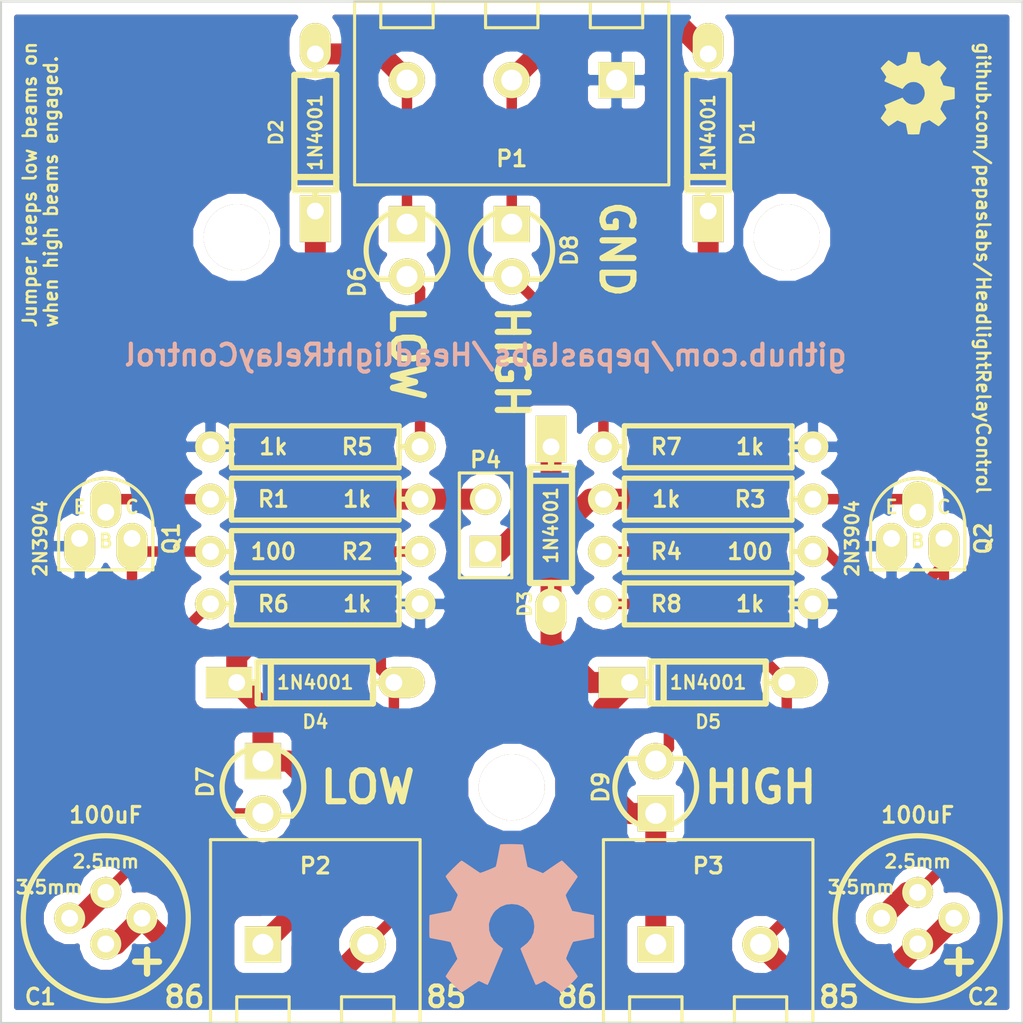
<source format=kicad_pcb>
(kicad_pcb (version 3) (host pcbnew "(2013-07-07 BZR 4022)-stable")

  (general
    (links 41)
    (no_connects 0)
    (area 83.769999 65.710999 153.370648 115.899001)
    (thickness 1.6)
    (drawings 16)
    (tracks 98)
    (zones 0)
    (modules 30)
    (nets 17)
  )

  (page A3)
  (layers
    (15 F.Cu signal)
    (0 B.Cu signal)
    (16 B.Adhes user)
    (17 F.Adhes user)
    (18 B.Paste user)
    (19 F.Paste user)
    (20 B.SilkS user)
    (21 F.SilkS user)
    (22 B.Mask user)
    (23 F.Mask user)
    (24 Dwgs.User user)
    (25 Cmts.User user)
    (26 Eco1.User user)
    (27 Eco2.User user)
    (28 Edge.Cuts user)
  )

  (setup
    (last_trace_width 0.254)
    (user_trace_width 0.508)
    (user_trace_width 1.016)
    (trace_clearance 0.254)
    (zone_clearance 0.508)
    (zone_45_only no)
    (trace_min 0.254)
    (segment_width 0.2)
    (edge_width 0.1)
    (via_size 0.889)
    (via_drill 0.635)
    (via_min_size 0.889)
    (via_min_drill 0.508)
    (uvia_size 0.508)
    (uvia_drill 0.127)
    (uvias_allowed no)
    (uvia_min_size 0.508)
    (uvia_min_drill 0.127)
    (pcb_text_width 0.3)
    (pcb_text_size 1.5 1.5)
    (mod_edge_width 0.15)
    (mod_text_size 1 1)
    (mod_text_width 0.15)
    (pad_size 3.2 3.2)
    (pad_drill 3.2)
    (pad_to_mask_clearance 0)
    (aux_axis_origin 0 0)
    (visible_elements 7FFFFFFF)
    (pcbplotparams
      (layerselection 284196865)
      (usegerberextensions true)
      (excludeedgelayer true)
      (linewidth 0.150000)
      (plotframeref false)
      (viasonmask false)
      (mode 1)
      (useauxorigin false)
      (hpglpennumber 1)
      (hpglpenspeed 20)
      (hpglpendiameter 15)
      (hpglpenoverlay 2)
      (psnegative false)
      (psa4output false)
      (plotreference true)
      (plotvalue true)
      (plotothertext true)
      (plotinvisibletext false)
      (padsonsilk false)
      (subtractmaskfromsilk false)
      (outputformat 1)
      (mirror false)
      (drillshape 0)
      (scaleselection 1)
      (outputdirectory gerbers/))
  )

  (net 0 "")
  (net 1 GND)
  (net 2 HighBeamControl)
  (net 3 HighBeamSignal)
  (net 4 LowBeamControl)
  (net 5 LowBeamSignal)
  (net 6 N-000001)
  (net 7 N-0000010)
  (net 8 N-0000012)
  (net 9 N-0000013)
  (net 10 N-0000018)
  (net 11 N-0000019)
  (net 12 N-000002)
  (net 13 N-0000020)
  (net 14 N-0000021)
  (net 15 N-0000022)
  (net 16 N-000008)

  (net_class Default "This is the default net class."
    (clearance 0.254)
    (trace_width 0.254)
    (via_dia 0.889)
    (via_drill 0.635)
    (uvia_dia 0.508)
    (uvia_drill 0.127)
    (add_net "")
    (add_net GND)
    (add_net HighBeamControl)
    (add_net HighBeamSignal)
    (add_net LowBeamControl)
    (add_net LowBeamSignal)
    (add_net N-000001)
    (add_net N-0000010)
    (add_net N-0000012)
    (add_net N-0000013)
    (add_net N-0000018)
    (add_net N-0000019)
    (add_net N-000002)
    (add_net N-0000020)
    (add_net N-0000021)
    (add_net N-0000022)
    (add_net N-000008)
  )

  (module TO-92_Q_EBC (layer F.Cu) (tedit 550BC309) (tstamp 550BB24A)
    (at 127 92.075 180)
    (descr "TO-92 Transistor, EBC pinout")
    (tags DEV)
    (path /550A7F2A)
    (fp_text reference Q2 (at -4.445 0 270) (layer F.SilkS)
      (effects (font (size 0.762 0.762) (thickness 0.1524)))
    )
    (fp_text value 2N3904 (at 1.905 0 270) (layer F.SilkS)
      (effects (font (size 0.635 0.635) (thickness 0.127)))
    )
    (fp_line (start 1.016 0.635) (end 1.016 -1.524) (layer F.SilkS) (width 0.15))
    (fp_line (start 1.016 -1.524) (end -3.556 -1.524) (layer F.SilkS) (width 0.15))
    (fp_line (start -3.556 -1.524) (end -3.556 0.635) (layer F.SilkS) (width 0.15))
    (fp_arc (start -1.27 0.635) (end -1.27 2.921) (angle 90) (layer F.SilkS) (width 0.15))
    (fp_arc (start -1.27 0.635) (end 1.016 0.635) (angle 90) (layer F.SilkS) (width 0.15))
    (fp_text user E (at 0 1.524 180) (layer F.SilkS)
      (effects (font (size 0.635 0.635) (thickness 0.127)))
    )
    (fp_text user B (at -1.27 -0.127 180) (layer F.SilkS)
      (effects (font (size 0.635 0.635) (thickness 0.127)))
    )
    (fp_text user C (at -2.54 1.524 180) (layer F.SilkS)
      (effects (font (size 0.635 0.635) (thickness 0.127)))
    )
    (pad 1 thru_hole oval (at 0 0 180) (size 1.4986 2.2479) (drill 0.8128 (offset 0 -0.37465))
      (layers *.Cu *.Mask F.SilkS)
      (net 1 GND)
    )
    (pad 2 thru_hole oval (at -1.27 1.27 180) (size 1.4986 2.2479) (drill 0.8128 (offset 0 0.37465))
      (layers *.Cu *.Mask F.SilkS)
      (net 12 N-000002)
    )
    (pad 3 thru_hole oval (at -2.54 0 180) (size 1.4986 2.2479) (drill 0.8128 (offset 0 -0.37465))
      (layers *.Cu *.Mask F.SilkS)
      (net 7 N-0000010)
    )
    (model to-xxx-packages/to92.wrl
      (at (xyz 0 0 0))
      (scale (xyz 1 1 1))
      (rotate (xyz 0 0 0))
    )
  )

  (module TO-92_Q_EBC (layer F.Cu) (tedit 550BC2FC) (tstamp 550BB259)
    (at 87.63 92.075 180)
    (descr "TO-92 Transistor, EBC pinout")
    (tags DEV)
    (path /550A74FA)
    (fp_text reference Q1 (at -4.445 0 270) (layer F.SilkS)
      (effects (font (size 0.762 0.762) (thickness 0.1524)))
    )
    (fp_text value 2N3904 (at 1.905 0 270) (layer F.SilkS)
      (effects (font (size 0.635 0.635) (thickness 0.127)))
    )
    (fp_line (start 1.016 0.635) (end 1.016 -1.524) (layer F.SilkS) (width 0.15))
    (fp_line (start 1.016 -1.524) (end -3.556 -1.524) (layer F.SilkS) (width 0.15))
    (fp_line (start -3.556 -1.524) (end -3.556 0.635) (layer F.SilkS) (width 0.15))
    (fp_arc (start -1.27 0.635) (end -1.27 2.921) (angle 90) (layer F.SilkS) (width 0.15))
    (fp_arc (start -1.27 0.635) (end 1.016 0.635) (angle 90) (layer F.SilkS) (width 0.15))
    (fp_text user E (at 0 1.524 180) (layer F.SilkS)
      (effects (font (size 0.635 0.635) (thickness 0.127)))
    )
    (fp_text user B (at -1.27 -0.127 180) (layer F.SilkS)
      (effects (font (size 0.635 0.635) (thickness 0.127)))
    )
    (fp_text user C (at -2.54 1.524 180) (layer F.SilkS)
      (effects (font (size 0.635 0.635) (thickness 0.127)))
    )
    (pad 1 thru_hole oval (at 0 0 180) (size 1.4986 2.2479) (drill 0.8128 (offset 0 -0.37465))
      (layers *.Cu *.Mask F.SilkS)
      (net 1 GND)
    )
    (pad 2 thru_hole oval (at -1.27 1.27 180) (size 1.4986 2.2479) (drill 0.8128 (offset 0 0.37465))
      (layers *.Cu *.Mask F.SilkS)
      (net 15 N-0000022)
    )
    (pad 3 thru_hole oval (at -2.54 0 180) (size 1.4986 2.2479) (drill 0.8128 (offset 0 -0.37465))
      (layers *.Cu *.Mask F.SilkS)
      (net 13 N-0000020)
    )
    (model to-xxx-packages/to92.wrl
      (at (xyz 0 0 0))
      (scale (xyz 1 1 1))
      (rotate (xyz 0 0 0))
    )
  )

  (module TERMINAL_BLOCK_3_5mm (layer F.Cu) (tedit 550A7D50) (tstamp 550BB26D)
    (at 111.125 69.85 180)
    (descr "3 pin terminal block, 5mm spacing")
    (tags "CONN DEV")
    (path /550A6075)
    (fp_text reference P1 (at 2.54 -3.81 180) (layer F.SilkS)
      (effects (font (size 0.762 0.762) (thickness 0.1524)))
    )
    (fp_text value CONN_01X03 (at 2.54 -2.54 180) (layer F.SilkS) hide
      (effects (font (size 0.762 0.762) (thickness 0.1524)))
    )
    (fp_line (start 6.35 3.81) (end 6.35 2.54) (layer F.SilkS) (width 0.15))
    (fp_line (start 6.35 2.54) (end 8.89 2.54) (layer F.SilkS) (width 0.15))
    (fp_line (start 8.89 2.54) (end 8.89 3.81) (layer F.SilkS) (width 0.15))
    (fp_line (start -5.08 3.81) (end 10.16 3.81) (layer F.SilkS) (width 0.15))
    (fp_line (start -5.08 -5.08) (end 10.16 -5.08) (layer F.SilkS) (width 0.15))
    (fp_line (start 1.27 3.81) (end 1.27 2.54) (layer F.SilkS) (width 0.15))
    (fp_line (start 1.27 2.54) (end 3.81 2.54) (layer F.SilkS) (width 0.15))
    (fp_line (start 3.81 2.54) (end 3.81 3.81) (layer F.SilkS) (width 0.15))
    (fp_line (start -3.81 3.81) (end -3.81 2.54) (layer F.SilkS) (width 0.15))
    (fp_line (start -3.81 2.54) (end -1.27 2.54) (layer F.SilkS) (width 0.15))
    (fp_line (start -1.27 2.54) (end -1.27 3.81) (layer F.SilkS) (width 0.15))
    (fp_line (start -5.08 -5.08) (end -5.08 3.81) (layer F.SilkS) (width 0.15))
    (fp_line (start 10.16 3.81) (end 10.16 -5.08) (layer F.SilkS) (width 0.15))
    (pad 1 thru_hole rect (at -2.54 0 180) (size 1.7526 1.7526) (drill 1.016)
      (layers *.Cu *.Mask F.SilkS)
      (net 1 GND)
    )
    (pad 2 thru_hole circle (at 2.54 0 180) (size 1.7526 1.7526) (drill 1.016)
      (layers *.Cu *.Mask F.SilkS)
      (net 3 HighBeamSignal)
    )
    (pad 3 thru_hole circle (at 7.62 0 180) (size 1.7526 1.7526) (drill 1.016)
      (layers *.Cu *.Mask F.SilkS)
      (net 5 LowBeamSignal)
    )
    (model pin_array/pins_array_2x1.wrl
      (at (xyz 0 0 0))
      (scale (xyz 1 1 1))
      (rotate (xyz 0 0 0))
    )
  )

  (module TERMINAL_BLOCK_2_5mm (layer F.Cu) (tedit 550A7C6D) (tstamp 550BB27D)
    (at 99.06 111.76)
    (descr "2 pin terminal block, 5mm spacing")
    (tags "CONN DEV")
    (path /550A6105)
    (fp_text reference P2 (at 0 -3.81) (layer F.SilkS)
      (effects (font (size 0.762 0.762) (thickness 0.1524)))
    )
    (fp_text value CONN_01X02 (at 0 -1.905) (layer F.SilkS) hide
      (effects (font (size 0.762 0.762) (thickness 0.1524)))
    )
    (fp_line (start 1.27 3.81) (end 1.27 2.54) (layer F.SilkS) (width 0.15))
    (fp_line (start 1.27 2.54) (end 3.81 2.54) (layer F.SilkS) (width 0.15))
    (fp_line (start 3.81 2.54) (end 3.81 3.81) (layer F.SilkS) (width 0.15))
    (fp_line (start -3.81 3.81) (end -3.81 2.54) (layer F.SilkS) (width 0.15))
    (fp_line (start -3.81 2.54) (end -1.27 2.54) (layer F.SilkS) (width 0.15))
    (fp_line (start -1.27 2.54) (end -1.27 3.81) (layer F.SilkS) (width 0.15))
    (fp_line (start -5.08 -5.08) (end -5.08 3.81) (layer F.SilkS) (width 0.15))
    (fp_line (start -5.08 3.81) (end 5.08 3.81) (layer F.SilkS) (width 0.15))
    (fp_line (start 5.08 3.81) (end 5.08 -5.08) (layer F.SilkS) (width 0.15))
    (fp_line (start 5.08 -5.08) (end -5.08 -5.08) (layer F.SilkS) (width 0.15))
    (pad 1 thru_hole rect (at -2.54 0) (size 1.7526 1.7526) (drill 1.016)
      (layers *.Cu *.Mask F.SilkS)
      (net 4 LowBeamControl)
    )
    (pad 2 thru_hole circle (at 2.54 0) (size 1.7526 1.7526) (drill 1.016)
      (layers *.Cu *.Mask F.SilkS)
      (net 11 N-0000019)
    )
    (model pin_array/pins_array_2x1.wrl
      (at (xyz 0 0 0))
      (scale (xyz 1 1 1))
      (rotate (xyz 0 0 0))
    )
  )

  (module TERMINAL_BLOCK_2_5mm (layer F.Cu) (tedit 550A7C6D) (tstamp 550BB28D)
    (at 118.11 111.76)
    (descr "2 pin terminal block, 5mm spacing")
    (tags "CONN DEV")
    (path /550A7F03)
    (fp_text reference P3 (at 0 -3.81) (layer F.SilkS)
      (effects (font (size 0.762 0.762) (thickness 0.1524)))
    )
    (fp_text value CONN_01X02 (at 0 -1.905) (layer F.SilkS) hide
      (effects (font (size 0.762 0.762) (thickness 0.1524)))
    )
    (fp_line (start 1.27 3.81) (end 1.27 2.54) (layer F.SilkS) (width 0.15))
    (fp_line (start 1.27 2.54) (end 3.81 2.54) (layer F.SilkS) (width 0.15))
    (fp_line (start 3.81 2.54) (end 3.81 3.81) (layer F.SilkS) (width 0.15))
    (fp_line (start -3.81 3.81) (end -3.81 2.54) (layer F.SilkS) (width 0.15))
    (fp_line (start -3.81 2.54) (end -1.27 2.54) (layer F.SilkS) (width 0.15))
    (fp_line (start -1.27 2.54) (end -1.27 3.81) (layer F.SilkS) (width 0.15))
    (fp_line (start -5.08 -5.08) (end -5.08 3.81) (layer F.SilkS) (width 0.15))
    (fp_line (start -5.08 3.81) (end 5.08 3.81) (layer F.SilkS) (width 0.15))
    (fp_line (start 5.08 3.81) (end 5.08 -5.08) (layer F.SilkS) (width 0.15))
    (fp_line (start 5.08 -5.08) (end -5.08 -5.08) (layer F.SilkS) (width 0.15))
    (pad 1 thru_hole rect (at -2.54 0) (size 1.7526 1.7526) (drill 1.016)
      (layers *.Cu *.Mask F.SilkS)
      (net 2 HighBeamControl)
    )
    (pad 2 thru_hole circle (at 2.54 0) (size 1.7526 1.7526) (drill 1.016)
      (layers *.Cu *.Mask F.SilkS)
      (net 14 N-0000021)
    )
    (model pin_array/pins_array_2x1.wrl
      (at (xyz 0 0 0))
      (scale (xyz 1 1 1))
      (rotate (xyz 0 0 0))
    )
  )

  (module R_AXIAL_0W25_059A (layer F.Cu) (tedit 53A245D9) (tstamp 550BB29A)
    (at 123.19 90.17 180)
    (descr "Resistor Axial 1/4W 0.4\"")
    (tags R)
    (path /550A7F3B)
    (autoplace_cost180 10)
    (fp_text reference R3 (at 3.048 0 180) (layer F.SilkS)
      (effects (font (size 0.762 0.762) (thickness 0.1524)))
    )
    (fp_text value 1k (at 7.112 0 180) (layer F.SilkS)
      (effects (font (size 0.762 0.762) (thickness 0.1524)))
    )
    (fp_line (start 0 0) (end 1.016 0) (layer F.SilkS) (width 0.254))
    (fp_line (start 1.016 0) (end 1.016 -1.016) (layer F.SilkS) (width 0.254))
    (fp_line (start 1.016 -1.016) (end 9.144 -1.016) (layer F.SilkS) (width 0.254))
    (fp_line (start 9.144 -1.016) (end 9.144 1.016) (layer F.SilkS) (width 0.254))
    (fp_line (start 9.144 1.016) (end 1.016 1.016) (layer F.SilkS) (width 0.254))
    (fp_line (start 1.016 1.016) (end 1.016 0) (layer F.SilkS) (width 0.254))
    (fp_line (start 10.16 0) (end 9.144 0) (layer F.SilkS) (width 0.254))
    (pad 1 thru_hole oval (at 0 0 180) (size 1.4986 1.4986) (drill 0.8128)
      (layers *.Cu *.Mask F.SilkS)
      (net 12 N-000002)
    )
    (pad 2 thru_hole oval (at 10.16 0 180) (size 1.4986 1.4986) (drill 0.8128)
      (layers *.Cu *.Mask F.SilkS)
      (net 2 HighBeamControl)
    )
    (model discret/resistor.wrl
      (at (xyz 0 0 0))
      (scale (xyz 0.4 0.4 0.4))
      (rotate (xyz 0 0 0))
    )
  )

  (module R_AXIAL_0W25_059A (layer F.Cu) (tedit 53A245D9) (tstamp 550BB2A7)
    (at 113.03 87.63)
    (descr "Resistor Axial 1/4W 0.4\"")
    (tags R)
    (path /550A8512)
    (autoplace_cost180 10)
    (fp_text reference R7 (at 3.048 0) (layer F.SilkS)
      (effects (font (size 0.762 0.762) (thickness 0.1524)))
    )
    (fp_text value 1k (at 7.112 0) (layer F.SilkS)
      (effects (font (size 0.762 0.762) (thickness 0.1524)))
    )
    (fp_line (start 0 0) (end 1.016 0) (layer F.SilkS) (width 0.254))
    (fp_line (start 1.016 0) (end 1.016 -1.016) (layer F.SilkS) (width 0.254))
    (fp_line (start 1.016 -1.016) (end 9.144 -1.016) (layer F.SilkS) (width 0.254))
    (fp_line (start 9.144 -1.016) (end 9.144 1.016) (layer F.SilkS) (width 0.254))
    (fp_line (start 9.144 1.016) (end 1.016 1.016) (layer F.SilkS) (width 0.254))
    (fp_line (start 1.016 1.016) (end 1.016 0) (layer F.SilkS) (width 0.254))
    (fp_line (start 10.16 0) (end 9.144 0) (layer F.SilkS) (width 0.254))
    (pad 1 thru_hole oval (at 0 0) (size 1.4986 1.4986) (drill 0.8128)
      (layers *.Cu *.Mask F.SilkS)
      (net 9 N-0000013)
    )
    (pad 2 thru_hole oval (at 10.16 0) (size 1.4986 1.4986) (drill 0.8128)
      (layers *.Cu *.Mask F.SilkS)
      (net 1 GND)
    )
    (model discret/resistor.wrl
      (at (xyz 0 0 0))
      (scale (xyz 0.4 0.4 0.4))
      (rotate (xyz 0 0 0))
    )
  )

  (module R_AXIAL_0W25_059A (layer F.Cu) (tedit 53A245D9) (tstamp 550BB2B4)
    (at 104.14 87.63 180)
    (descr "Resistor Axial 1/4W 0.4\"")
    (tags R)
    (path /550A84FB)
    (autoplace_cost180 10)
    (fp_text reference R5 (at 3.048 0 180) (layer F.SilkS)
      (effects (font (size 0.762 0.762) (thickness 0.1524)))
    )
    (fp_text value 1k (at 7.112 0 180) (layer F.SilkS)
      (effects (font (size 0.762 0.762) (thickness 0.1524)))
    )
    (fp_line (start 0 0) (end 1.016 0) (layer F.SilkS) (width 0.254))
    (fp_line (start 1.016 0) (end 1.016 -1.016) (layer F.SilkS) (width 0.254))
    (fp_line (start 1.016 -1.016) (end 9.144 -1.016) (layer F.SilkS) (width 0.254))
    (fp_line (start 9.144 -1.016) (end 9.144 1.016) (layer F.SilkS) (width 0.254))
    (fp_line (start 9.144 1.016) (end 1.016 1.016) (layer F.SilkS) (width 0.254))
    (fp_line (start 1.016 1.016) (end 1.016 0) (layer F.SilkS) (width 0.254))
    (fp_line (start 10.16 0) (end 9.144 0) (layer F.SilkS) (width 0.254))
    (pad 1 thru_hole oval (at 0 0 180) (size 1.4986 1.4986) (drill 0.8128)
      (layers *.Cu *.Mask F.SilkS)
      (net 8 N-0000012)
    )
    (pad 2 thru_hole oval (at 10.16 0 180) (size 1.4986 1.4986) (drill 0.8128)
      (layers *.Cu *.Mask F.SilkS)
      (net 1 GND)
    )
    (model discret/resistor.wrl
      (at (xyz 0 0 0))
      (scale (xyz 0.4 0.4 0.4))
      (rotate (xyz 0 0 0))
    )
  )

  (module R_AXIAL_0W25_059A (layer F.Cu) (tedit 53A245D9) (tstamp 550BB2C1)
    (at 113.03 95.25)
    (descr "Resistor Axial 1/4W 0.4\"")
    (tags R)
    (path /550A84A2)
    (autoplace_cost180 10)
    (fp_text reference R8 (at 3.048 0) (layer F.SilkS)
      (effects (font (size 0.762 0.762) (thickness 0.1524)))
    )
    (fp_text value 1k (at 7.112 0) (layer F.SilkS)
      (effects (font (size 0.762 0.762) (thickness 0.1524)))
    )
    (fp_line (start 0 0) (end 1.016 0) (layer F.SilkS) (width 0.254))
    (fp_line (start 1.016 0) (end 1.016 -1.016) (layer F.SilkS) (width 0.254))
    (fp_line (start 1.016 -1.016) (end 9.144 -1.016) (layer F.SilkS) (width 0.254))
    (fp_line (start 9.144 -1.016) (end 9.144 1.016) (layer F.SilkS) (width 0.254))
    (fp_line (start 9.144 1.016) (end 1.016 1.016) (layer F.SilkS) (width 0.254))
    (fp_line (start 1.016 1.016) (end 1.016 0) (layer F.SilkS) (width 0.254))
    (fp_line (start 10.16 0) (end 9.144 0) (layer F.SilkS) (width 0.254))
    (pad 1 thru_hole oval (at 0 0) (size 1.4986 1.4986) (drill 0.8128)
      (layers *.Cu *.Mask F.SilkS)
      (net 10 N-0000018)
    )
    (pad 2 thru_hole oval (at 10.16 0) (size 1.4986 1.4986) (drill 0.8128)
      (layers *.Cu *.Mask F.SilkS)
      (net 1 GND)
    )
    (model discret/resistor.wrl
      (at (xyz 0 0 0))
      (scale (xyz 0.4 0.4 0.4))
      (rotate (xyz 0 0 0))
    )
  )

  (module R_AXIAL_0W25_059A (layer F.Cu) (tedit 53A245D9) (tstamp 550BB2CE)
    (at 93.98 95.25)
    (descr "Resistor Axial 1/4W 0.4\"")
    (tags R)
    (path /550A83DE)
    (autoplace_cost180 10)
    (fp_text reference R6 (at 3.048 0) (layer F.SilkS)
      (effects (font (size 0.762 0.762) (thickness 0.1524)))
    )
    (fp_text value 1k (at 7.112 0) (layer F.SilkS)
      (effects (font (size 0.762 0.762) (thickness 0.1524)))
    )
    (fp_line (start 0 0) (end 1.016 0) (layer F.SilkS) (width 0.254))
    (fp_line (start 1.016 0) (end 1.016 -1.016) (layer F.SilkS) (width 0.254))
    (fp_line (start 1.016 -1.016) (end 9.144 -1.016) (layer F.SilkS) (width 0.254))
    (fp_line (start 9.144 -1.016) (end 9.144 1.016) (layer F.SilkS) (width 0.254))
    (fp_line (start 9.144 1.016) (end 1.016 1.016) (layer F.SilkS) (width 0.254))
    (fp_line (start 1.016 1.016) (end 1.016 0) (layer F.SilkS) (width 0.254))
    (fp_line (start 10.16 0) (end 9.144 0) (layer F.SilkS) (width 0.254))
    (pad 1 thru_hole oval (at 0 0) (size 1.4986 1.4986) (drill 0.8128)
      (layers *.Cu *.Mask F.SilkS)
      (net 16 N-000008)
    )
    (pad 2 thru_hole oval (at 10.16 0) (size 1.4986 1.4986) (drill 0.8128)
      (layers *.Cu *.Mask F.SilkS)
      (net 1 GND)
    )
    (model discret/resistor.wrl
      (at (xyz 0 0 0))
      (scale (xyz 0.4 0.4 0.4))
      (rotate (xyz 0 0 0))
    )
  )

  (module R_AXIAL_0W25_059A (layer F.Cu) (tedit 53A245D9) (tstamp 550BB2DB)
    (at 113.03 92.71)
    (descr "Resistor Axial 1/4W 0.4\"")
    (tags R)
    (path /550A7F1A)
    (autoplace_cost180 10)
    (fp_text reference R4 (at 3.048 0) (layer F.SilkS)
      (effects (font (size 0.762 0.762) (thickness 0.1524)))
    )
    (fp_text value 100 (at 7.112 0) (layer F.SilkS)
      (effects (font (size 0.762 0.762) (thickness 0.1524)))
    )
    (fp_line (start 0 0) (end 1.016 0) (layer F.SilkS) (width 0.254))
    (fp_line (start 1.016 0) (end 1.016 -1.016) (layer F.SilkS) (width 0.254))
    (fp_line (start 1.016 -1.016) (end 9.144 -1.016) (layer F.SilkS) (width 0.254))
    (fp_line (start 9.144 -1.016) (end 9.144 1.016) (layer F.SilkS) (width 0.254))
    (fp_line (start 9.144 1.016) (end 1.016 1.016) (layer F.SilkS) (width 0.254))
    (fp_line (start 1.016 1.016) (end 1.016 0) (layer F.SilkS) (width 0.254))
    (fp_line (start 10.16 0) (end 9.144 0) (layer F.SilkS) (width 0.254))
    (pad 1 thru_hole oval (at 0 0) (size 1.4986 1.4986) (drill 0.8128)
      (layers *.Cu *.Mask F.SilkS)
      (net 14 N-0000021)
    )
    (pad 2 thru_hole oval (at 10.16 0) (size 1.4986 1.4986) (drill 0.8128)
      (layers *.Cu *.Mask F.SilkS)
      (net 7 N-0000010)
    )
    (model discret/resistor.wrl
      (at (xyz 0 0 0))
      (scale (xyz 0.4 0.4 0.4))
      (rotate (xyz 0 0 0))
    )
  )

  (module R_AXIAL_0W25_059A (layer F.Cu) (tedit 53A245D9) (tstamp 550BB2E8)
    (at 93.98 90.17)
    (descr "Resistor Axial 1/4W 0.4\"")
    (tags R)
    (path /550A77BE)
    (autoplace_cost180 10)
    (fp_text reference R1 (at 3.048 0) (layer F.SilkS)
      (effects (font (size 0.762 0.762) (thickness 0.1524)))
    )
    (fp_text value 1k (at 7.112 0) (layer F.SilkS)
      (effects (font (size 0.762 0.762) (thickness 0.1524)))
    )
    (fp_line (start 0 0) (end 1.016 0) (layer F.SilkS) (width 0.254))
    (fp_line (start 1.016 0) (end 1.016 -1.016) (layer F.SilkS) (width 0.254))
    (fp_line (start 1.016 -1.016) (end 9.144 -1.016) (layer F.SilkS) (width 0.254))
    (fp_line (start 9.144 -1.016) (end 9.144 1.016) (layer F.SilkS) (width 0.254))
    (fp_line (start 9.144 1.016) (end 1.016 1.016) (layer F.SilkS) (width 0.254))
    (fp_line (start 1.016 1.016) (end 1.016 0) (layer F.SilkS) (width 0.254))
    (fp_line (start 10.16 0) (end 9.144 0) (layer F.SilkS) (width 0.254))
    (pad 1 thru_hole oval (at 0 0) (size 1.4986 1.4986) (drill 0.8128)
      (layers *.Cu *.Mask F.SilkS)
      (net 15 N-0000022)
    )
    (pad 2 thru_hole oval (at 10.16 0) (size 1.4986 1.4986) (drill 0.8128)
      (layers *.Cu *.Mask F.SilkS)
      (net 4 LowBeamControl)
    )
    (model discret/resistor.wrl
      (at (xyz 0 0 0))
      (scale (xyz 0.4 0.4 0.4))
      (rotate (xyz 0 0 0))
    )
  )

  (module R_AXIAL_0W25_059A (layer F.Cu) (tedit 53A245D9) (tstamp 550BB2F5)
    (at 104.14 92.71 180)
    (descr "Resistor Axial 1/4W 0.4\"")
    (tags R)
    (path /550A7102)
    (autoplace_cost180 10)
    (fp_text reference R2 (at 3.048 0 180) (layer F.SilkS)
      (effects (font (size 0.762 0.762) (thickness 0.1524)))
    )
    (fp_text value 100 (at 7.112 0 180) (layer F.SilkS)
      (effects (font (size 0.762 0.762) (thickness 0.1524)))
    )
    (fp_line (start 0 0) (end 1.016 0) (layer F.SilkS) (width 0.254))
    (fp_line (start 1.016 0) (end 1.016 -1.016) (layer F.SilkS) (width 0.254))
    (fp_line (start 1.016 -1.016) (end 9.144 -1.016) (layer F.SilkS) (width 0.254))
    (fp_line (start 9.144 -1.016) (end 9.144 1.016) (layer F.SilkS) (width 0.254))
    (fp_line (start 9.144 1.016) (end 1.016 1.016) (layer F.SilkS) (width 0.254))
    (fp_line (start 1.016 1.016) (end 1.016 0) (layer F.SilkS) (width 0.254))
    (fp_line (start 10.16 0) (end 9.144 0) (layer F.SilkS) (width 0.254))
    (pad 1 thru_hole oval (at 0 0 180) (size 1.4986 1.4986) (drill 0.8128)
      (layers *.Cu *.Mask F.SilkS)
      (net 11 N-0000019)
    )
    (pad 2 thru_hole oval (at 10.16 0 180) (size 1.4986 1.4986) (drill 0.8128)
      (layers *.Cu *.Mask F.SilkS)
      (net 13 N-0000020)
    )
    (model discret/resistor.wrl
      (at (xyz 0 0 0))
      (scale (xyz 0.4 0.4 0.4))
      (rotate (xyz 0 0 0))
    )
  )

  (module PIN_ARRAY_2X1 (layer F.Cu) (tedit 550BC2CF) (tstamp 550BB2FF)
    (at 107.315 91.44 90)
    (descr "Connecteurs 2 pins")
    (tags "CONN DEV")
    (path /550A8293)
    (fp_text reference P4 (at 3.175 0 180) (layer F.SilkS)
      (effects (font (size 0.762 0.762) (thickness 0.1524)))
    )
    (fp_text value CONN_2 (at 0 -1.905 90) (layer F.SilkS) hide
      (effects (font (size 0.762 0.762) (thickness 0.1524)))
    )
    (fp_line (start -2.54 1.27) (end -2.54 -1.27) (layer F.SilkS) (width 0.1524))
    (fp_line (start -2.54 -1.27) (end 2.54 -1.27) (layer F.SilkS) (width 0.1524))
    (fp_line (start 2.54 -1.27) (end 2.54 1.27) (layer F.SilkS) (width 0.1524))
    (fp_line (start 2.54 1.27) (end -2.54 1.27) (layer F.SilkS) (width 0.1524))
    (pad 1 thru_hole rect (at -1.27 0 90) (size 1.524 1.524) (drill 1.016)
      (layers *.Cu *.Mask F.SilkS)
      (net 6 N-000001)
    )
    (pad 2 thru_hole circle (at 1.27 0 90) (size 1.524 1.524) (drill 1.016)
      (layers *.Cu *.Mask F.SilkS)
      (net 4 LowBeamControl)
    )
    (model pin_array/pins_array_2x1.wrl
      (at (xyz 0 0 0))
      (scale (xyz 1 1 1))
      (rotate (xyz 0 0 0))
    )
  )

  (module MedCap (layer F.Cu) (tedit 550BC325) (tstamp 550BB30B)
    (at 128.27 110.49 180)
    (path /550A7F14)
    (fp_text reference C2 (at -3.175 -3.81 180) (layer F.SilkS)
      (effects (font (size 0.762 0.762) (thickness 0.1524)))
    )
    (fp_text value 100uF (at 0 5 180) (layer F.SilkS)
      (effects (font (size 0.762 0.762) (thickness 0.1524)))
    )
    (fp_circle (center 0 0) (end -4 0) (layer F.SilkS) (width 0.254))
    (fp_text user 3.5mm (at 2.75 1.5 180) (layer F.SilkS)
      (effects (font (size 0.635 0.635) (thickness 0.127)))
    )
    (fp_text user 2.5mm (at 0 2.75 180) (layer F.SilkS)
      (effects (font (size 0.635 0.635) (thickness 0.127)))
    )
    (fp_text user + (at -2 -2 180) (layer F.SilkS)
      (effects (font (size 1.524 1.524) (thickness 0.3048)))
    )
    (pad 2 thru_hole circle (at 0 1.25 180) (size 1.4986 1.4986) (drill 0.8128)
      (layers *.Cu *.Mask F.SilkS)
      (net 7 N-0000010)
    )
    (pad 1 thru_hole circle (at -1.75 0 180) (size 1.4986 1.4986) (drill 0.8128)
      (layers *.Cu *.Mask F.SilkS)
      (net 14 N-0000021)
    )
    (pad 2 thru_hole circle (at 1.75 0 180) (size 1.4986 1.4986) (drill 0.8128)
      (layers *.Cu *.Mask F.SilkS)
      (net 7 N-0000010)
    )
    (pad 1 thru_hole circle (at 0 -1.25 180) (size 1.4986 1.4986) (drill 0.8128)
      (layers *.Cu *.Mask F.SilkS)
      (net 14 N-0000021)
    )
  )

  (module MedCap (layer F.Cu) (tedit 550BC31D) (tstamp 550BB317)
    (at 88.9 110.49 180)
    (path /550A7035)
    (fp_text reference C1 (at 3.175 -3.81 180) (layer F.SilkS)
      (effects (font (size 0.762 0.762) (thickness 0.1524)))
    )
    (fp_text value 100uF (at 0 5 180) (layer F.SilkS)
      (effects (font (size 0.762 0.762) (thickness 0.1524)))
    )
    (fp_circle (center 0 0) (end -4 0) (layer F.SilkS) (width 0.254))
    (fp_text user 3.5mm (at 2.75 1.5 180) (layer F.SilkS)
      (effects (font (size 0.635 0.635) (thickness 0.127)))
    )
    (fp_text user 2.5mm (at 0 2.75 180) (layer F.SilkS)
      (effects (font (size 0.635 0.635) (thickness 0.127)))
    )
    (fp_text user + (at -2 -2 180) (layer F.SilkS)
      (effects (font (size 1.524 1.524) (thickness 0.3048)))
    )
    (pad 2 thru_hole circle (at 0 1.25 180) (size 1.4986 1.4986) (drill 0.8128)
      (layers *.Cu *.Mask F.SilkS)
      (net 13 N-0000020)
    )
    (pad 1 thru_hole circle (at -1.75 0 180) (size 1.4986 1.4986) (drill 0.8128)
      (layers *.Cu *.Mask F.SilkS)
      (net 11 N-0000019)
    )
    (pad 2 thru_hole circle (at 1.75 0 180) (size 1.4986 1.4986) (drill 0.8128)
      (layers *.Cu *.Mask F.SilkS)
      (net 13 N-0000020)
    )
    (pad 1 thru_hole circle (at 0 -1.25 180) (size 1.4986 1.4986) (drill 0.8128)
      (layers *.Cu *.Mask F.SilkS)
      (net 11 N-0000019)
    )
  )

  (module LED_3MM_069A (layer F.Cu) (tedit 550CCE5F) (tstamp 550BB321)
    (at 96.52 102.87 270)
    (descr "3MM LED")
    (tags "LED DEV")
    (path /550A83CD)
    (fp_text reference D7 (at 1.016 2.794 270) (layer F.SilkS)
      (effects (font (size 0.762 0.762) (thickness 0.1524)))
    )
    (fp_text value LED (at 1.27 2.794 270) (layer F.SilkS) hide
      (effects (font (size 0.762 0.762) (thickness 0.1524)))
    )
    (fp_line (start 2.67 -1.4) (end 2.67 1.4) (layer F.SilkS) (width 0.254))
    (fp_arc (start 1.27 0) (end 2.67 1.4) (angle 90) (layer F.SilkS) (width 0.254))
    (fp_arc (start 1.27 0) (end -0.13 1.4) (angle 90) (layer F.SilkS) (width 0.254))
    (fp_arc (start 1.27 0) (end -0.13 -1.4) (angle 90) (layer F.SilkS) (width 0.254))
    (pad 1 thru_hole rect (at 0 0 270) (size 1.7526 1.7526) (drill 1.016)
      (layers *.Cu *.Mask F.SilkS)
      (net 4 LowBeamControl)
    )
    (pad 2 thru_hole oval (at 2.54 0 270) (size 1.7526 1.7526) (drill 1.016)
      (layers *.Cu *.Mask F.SilkS)
      (net 16 N-000008)
    )
    (model discret/led5_vertical.wrl
      (at (xyz 0 0 0))
      (scale (xyz 1 1 1))
      (rotate (xyz 0 0 0))
    )
  )

  (module LED_3MM_069A (layer F.Cu) (tedit 53B98B99) (tstamp 550BB32B)
    (at 115.57 105.41 90)
    (descr "3MM LED")
    (tags "LED DEV")
    (path /550A849B)
    (fp_text reference D9 (at 1.27 -2.667 90) (layer F.SilkS)
      (effects (font (size 0.762 0.762) (thickness 0.1524)))
    )
    (fp_text value LED (at 1.27 2.794 90) (layer F.SilkS) hide
      (effects (font (size 0.762 0.762) (thickness 0.1524)))
    )
    (fp_line (start 2.67 -1.4) (end 2.67 1.4) (layer F.SilkS) (width 0.254))
    (fp_arc (start 1.27 0) (end 2.67 1.4) (angle 90) (layer F.SilkS) (width 0.254))
    (fp_arc (start 1.27 0) (end -0.13 1.4) (angle 90) (layer F.SilkS) (width 0.254))
    (fp_arc (start 1.27 0) (end -0.13 -1.4) (angle 90) (layer F.SilkS) (width 0.254))
    (pad 1 thru_hole rect (at 0 0 90) (size 1.7526 1.7526) (drill 1.016)
      (layers *.Cu *.Mask F.SilkS)
      (net 2 HighBeamControl)
    )
    (pad 2 thru_hole oval (at 2.54 0 90) (size 1.7526 1.7526) (drill 1.016)
      (layers *.Cu *.Mask F.SilkS)
      (net 10 N-0000018)
    )
    (model discret/led5_vertical.wrl
      (at (xyz 0 0 0))
      (scale (xyz 1 1 1))
      (rotate (xyz 0 0 0))
    )
  )

  (module LED_3MM_069A (layer F.Cu) (tedit 550BC273) (tstamp 550BB335)
    (at 103.505 76.835 270)
    (descr "3MM LED")
    (tags "LED DEV")
    (path /550A84F4)
    (fp_text reference D6 (at 2.794 2.413 270) (layer F.SilkS)
      (effects (font (size 0.762 0.762) (thickness 0.1524)))
    )
    (fp_text value LED (at 1.27 2.794 270) (layer F.SilkS) hide
      (effects (font (size 0.762 0.762) (thickness 0.1524)))
    )
    (fp_line (start 2.67 -1.4) (end 2.67 1.4) (layer F.SilkS) (width 0.254))
    (fp_arc (start 1.27 0) (end 2.67 1.4) (angle 90) (layer F.SilkS) (width 0.254))
    (fp_arc (start 1.27 0) (end -0.13 1.4) (angle 90) (layer F.SilkS) (width 0.254))
    (fp_arc (start 1.27 0) (end -0.13 -1.4) (angle 90) (layer F.SilkS) (width 0.254))
    (pad 1 thru_hole rect (at 0 0 270) (size 1.7526 1.7526) (drill 1.016)
      (layers *.Cu *.Mask F.SilkS)
      (net 5 LowBeamSignal)
    )
    (pad 2 thru_hole oval (at 2.54 0 270) (size 1.7526 1.7526) (drill 1.016)
      (layers *.Cu *.Mask F.SilkS)
      (net 8 N-0000012)
    )
    (model discret/led5_vertical.wrl
      (at (xyz 0 0 0))
      (scale (xyz 1 1 1))
      (rotate (xyz 0 0 0))
    )
  )

  (module LED_3MM_069A (layer F.Cu) (tedit 550BC281) (tstamp 550BB33F)
    (at 108.585 76.835 270)
    (descr "3MM LED")
    (tags "LED DEV")
    (path /550A850C)
    (fp_text reference D8 (at 1.27 -2.794 270) (layer F.SilkS)
      (effects (font (size 0.762 0.762) (thickness 0.1524)))
    )
    (fp_text value LED (at 1.27 2.794 270) (layer F.SilkS) hide
      (effects (font (size 0.762 0.762) (thickness 0.1524)))
    )
    (fp_line (start 2.67 -1.4) (end 2.67 1.4) (layer F.SilkS) (width 0.254))
    (fp_arc (start 1.27 0) (end 2.67 1.4) (angle 90) (layer F.SilkS) (width 0.254))
    (fp_arc (start 1.27 0) (end -0.13 1.4) (angle 90) (layer F.SilkS) (width 0.254))
    (fp_arc (start 1.27 0) (end -0.13 -1.4) (angle 90) (layer F.SilkS) (width 0.254))
    (pad 1 thru_hole rect (at 0 0 270) (size 1.7526 1.7526) (drill 1.016)
      (layers *.Cu *.Mask F.SilkS)
      (net 3 HighBeamSignal)
    )
    (pad 2 thru_hole oval (at 2.54 0 270) (size 1.7526 1.7526) (drill 1.016)
      (layers *.Cu *.Mask F.SilkS)
      (net 9 N-0000013)
    )
    (model discret/led5_vertical.wrl
      (at (xyz 0 0 0))
      (scale (xyz 1 1 1))
      (rotate (xyz 0 0 0))
    )
  )

  (module hole_M3_2 (layer F.Cu) (tedit 550BAD19) (tstamp 550BB35F)
    (at 121.92 77.47)
    (descr "M3 mounting hole")
    (path /550A7E8B)
    (fp_text reference H2 (at 0 -3.048) (layer F.SilkS) hide
      (effects (font (size 1.016 1.016) (thickness 0.254)))
    )
    (fp_text value HOLE (at 0 2.794) (layer F.SilkS) hide
      (effects (font (size 1.016 1.016) (thickness 0.254)))
    )
    (pad 1 thru_hole circle (at 0 0) (size 3.2 3.2) (drill 3.2)
      (layers *.Cu *.Mask F.SilkS)
    )
  )

  (module hole_M3_2 (layer F.Cu) (tedit 550BAD19) (tstamp 550BB364)
    (at 108.585 104.14)
    (descr "M3 mounting hole")
    (path /550A7EA4)
    (fp_text reference H1 (at 0 -3.048) (layer F.SilkS) hide
      (effects (font (size 1.016 1.016) (thickness 0.254)))
    )
    (fp_text value HOLE (at 0 2.794) (layer F.SilkS) hide
      (effects (font (size 1.016 1.016) (thickness 0.254)))
    )
    (pad 1 thru_hole circle (at 0 0) (size 3.2 3.2) (drill 3.2)
      (layers *.Cu *.Mask F.SilkS)
    )
  )

  (module hole_M3_2 (layer F.Cu) (tedit 550BAD19) (tstamp 550BB369)
    (at 95.25 77.47)
    (descr "M3 mounting hole")
    (path /550A7EAA)
    (fp_text reference H3 (at 0 -3.048) (layer F.SilkS) hide
      (effects (font (size 1.016 1.016) (thickness 0.254)))
    )
    (fp_text value HOLE (at 0 2.794) (layer F.SilkS) hide
      (effects (font (size 1.016 1.016) (thickness 0.254)))
    )
    (pad 1 thru_hole circle (at 0 0) (size 3.2 3.2) (drill 3.2)
      (layers *.Cu *.Mask F.SilkS)
    )
  )

  (module DIODE_3 (layer F.Cu) (tedit 550BC2EC) (tstamp 550BB378)
    (at 102.87 99.06 180)
    (descr "Diode, 0.3\"")
    (tags "DIODE DEV")
    (path /550A6E3B)
    (fp_text reference D4 (at 3.81 -1.905 180) (layer F.SilkS)
      (effects (font (size 0.635 0.635) (thickness 0.127)))
    )
    (fp_text value 1N4001 (at 3.81 0 180) (layer F.SilkS)
      (effects (font (size 0.635 0.635) (thickness 0.127)))
    )
    (fp_line (start 1.016 0) (end 0 0) (layer F.SilkS) (width 0.3048))
    (fp_line (start 6.604 0) (end 7.62 0) (layer F.SilkS) (width 0.3048))
    (fp_line (start 1.016 1.016) (end 6.604 1.016) (layer F.SilkS) (width 0.3048))
    (fp_line (start 6.604 -1.016) (end 1.016 -1.016) (layer F.SilkS) (width 0.3048))
    (fp_line (start 5.969 -1.016) (end 5.969 1.016) (layer F.SilkS) (width 0.3048))
    (fp_line (start 6.604 0) (end 6.604 -1.016) (layer F.SilkS) (width 0.3048))
    (fp_line (start 1.016 -1.016) (end 1.016 0) (layer F.SilkS) (width 0.3048))
    (fp_line (start 1.016 0) (end 1.016 1.016) (layer F.SilkS) (width 0.3048))
    (fp_line (start 6.604 1.016) (end 6.604 0) (layer F.SilkS) (width 0.3048))
    (pad 2 thru_hole rect (at 7.62 0 180) (size 2.2479 1.4986) (drill 0.8128 (offset 0.37465 0))
      (layers *.Cu *.Mask F.SilkS)
      (net 4 LowBeamControl)
    )
    (pad 1 thru_hole oval (at 0 0 180) (size 2.2479 1.4986) (drill 0.8128 (offset -0.37465 0))
      (layers *.Cu *.Mask F.SilkS)
      (net 11 N-0000019)
    )
    (model discret/diode.wrl
      (at (xyz 0 0 0))
      (scale (xyz 0.3 0.3 0.3))
      (rotate (xyz 0 0 0))
    )
  )

  (module DIODE_3 (layer F.Cu) (tedit 550BC29D) (tstamp 550BB387)
    (at 118.11 68.58 270)
    (descr "Diode, 0.3\"")
    (tags "DIODE DEV")
    (path /550A6578)
    (fp_text reference D1 (at 3.81 -1.905 270) (layer F.SilkS)
      (effects (font (size 0.635 0.635) (thickness 0.127)))
    )
    (fp_text value 1N4001 (at 3.81 0 270) (layer F.SilkS)
      (effects (font (size 0.635 0.635) (thickness 0.127)))
    )
    (fp_line (start 1.016 0) (end 0 0) (layer F.SilkS) (width 0.3048))
    (fp_line (start 6.604 0) (end 7.62 0) (layer F.SilkS) (width 0.3048))
    (fp_line (start 1.016 1.016) (end 6.604 1.016) (layer F.SilkS) (width 0.3048))
    (fp_line (start 6.604 -1.016) (end 1.016 -1.016) (layer F.SilkS) (width 0.3048))
    (fp_line (start 5.969 -1.016) (end 5.969 1.016) (layer F.SilkS) (width 0.3048))
    (fp_line (start 6.604 0) (end 6.604 -1.016) (layer F.SilkS) (width 0.3048))
    (fp_line (start 1.016 -1.016) (end 1.016 0) (layer F.SilkS) (width 0.3048))
    (fp_line (start 1.016 0) (end 1.016 1.016) (layer F.SilkS) (width 0.3048))
    (fp_line (start 6.604 1.016) (end 6.604 0) (layer F.SilkS) (width 0.3048))
    (pad 2 thru_hole rect (at 7.62 0 270) (size 2.2479 1.4986) (drill 0.8128 (offset 0.37465 0))
      (layers *.Cu *.Mask F.SilkS)
      (net 2 HighBeamControl)
    )
    (pad 1 thru_hole oval (at 0 0 270) (size 2.2479 1.4986) (drill 0.8128 (offset -0.37465 0))
      (layers *.Cu *.Mask F.SilkS)
      (net 3 HighBeamSignal)
    )
    (model discret/diode.wrl
      (at (xyz 0 0 0))
      (scale (xyz 0.3 0.3 0.3))
      (rotate (xyz 0 0 0))
    )
  )

  (module DIODE_3 (layer F.Cu) (tedit 550BC2AB) (tstamp 550BB396)
    (at 99.06 68.58 270)
    (descr "Diode, 0.3\"")
    (tags "DIODE DEV")
    (path /550A6645)
    (fp_text reference D2 (at 3.81 1.905 270) (layer F.SilkS)
      (effects (font (size 0.635 0.635) (thickness 0.127)))
    )
    (fp_text value 1N4001 (at 3.81 0 270) (layer F.SilkS)
      (effects (font (size 0.635 0.635) (thickness 0.127)))
    )
    (fp_line (start 1.016 0) (end 0 0) (layer F.SilkS) (width 0.3048))
    (fp_line (start 6.604 0) (end 7.62 0) (layer F.SilkS) (width 0.3048))
    (fp_line (start 1.016 1.016) (end 6.604 1.016) (layer F.SilkS) (width 0.3048))
    (fp_line (start 6.604 -1.016) (end 1.016 -1.016) (layer F.SilkS) (width 0.3048))
    (fp_line (start 5.969 -1.016) (end 5.969 1.016) (layer F.SilkS) (width 0.3048))
    (fp_line (start 6.604 0) (end 6.604 -1.016) (layer F.SilkS) (width 0.3048))
    (fp_line (start 1.016 -1.016) (end 1.016 0) (layer F.SilkS) (width 0.3048))
    (fp_line (start 1.016 0) (end 1.016 1.016) (layer F.SilkS) (width 0.3048))
    (fp_line (start 6.604 1.016) (end 6.604 0) (layer F.SilkS) (width 0.3048))
    (pad 2 thru_hole rect (at 7.62 0 270) (size 2.2479 1.4986) (drill 0.8128 (offset 0.37465 0))
      (layers *.Cu *.Mask F.SilkS)
      (net 4 LowBeamControl)
    )
    (pad 1 thru_hole oval (at 0 0 270) (size 2.2479 1.4986) (drill 0.8128 (offset -0.37465 0))
      (layers *.Cu *.Mask F.SilkS)
      (net 5 LowBeamSignal)
    )
    (model discret/diode.wrl
      (at (xyz 0 0 0))
      (scale (xyz 0.3 0.3 0.3))
      (rotate (xyz 0 0 0))
    )
  )

  (module DIODE_3 (layer F.Cu) (tedit 550BC2DA) (tstamp 550BB3A5)
    (at 110.49 95.25 90)
    (descr "Diode, 0.3\"")
    (tags "DIODE DEV")
    (path /550A6676)
    (fp_text reference D3 (at 0 -1.27 90) (layer F.SilkS)
      (effects (font (size 0.635 0.635) (thickness 0.127)))
    )
    (fp_text value 1N4001 (at 3.81 0 90) (layer F.SilkS)
      (effects (font (size 0.635 0.635) (thickness 0.127)))
    )
    (fp_line (start 1.016 0) (end 0 0) (layer F.SilkS) (width 0.3048))
    (fp_line (start 6.604 0) (end 7.62 0) (layer F.SilkS) (width 0.3048))
    (fp_line (start 1.016 1.016) (end 6.604 1.016) (layer F.SilkS) (width 0.3048))
    (fp_line (start 6.604 -1.016) (end 1.016 -1.016) (layer F.SilkS) (width 0.3048))
    (fp_line (start 5.969 -1.016) (end 5.969 1.016) (layer F.SilkS) (width 0.3048))
    (fp_line (start 6.604 0) (end 6.604 -1.016) (layer F.SilkS) (width 0.3048))
    (fp_line (start 1.016 -1.016) (end 1.016 0) (layer F.SilkS) (width 0.3048))
    (fp_line (start 1.016 0) (end 1.016 1.016) (layer F.SilkS) (width 0.3048))
    (fp_line (start 6.604 1.016) (end 6.604 0) (layer F.SilkS) (width 0.3048))
    (pad 2 thru_hole rect (at 7.62 0 90) (size 2.2479 1.4986) (drill 0.8128 (offset 0.37465 0))
      (layers *.Cu *.Mask F.SilkS)
      (net 6 N-000001)
    )
    (pad 1 thru_hole oval (at 0 0 90) (size 2.2479 1.4986) (drill 0.8128 (offset -0.37465 0))
      (layers *.Cu *.Mask F.SilkS)
      (net 2 HighBeamControl)
    )
    (model discret/diode.wrl
      (at (xyz 0 0 0))
      (scale (xyz 0.3 0.3 0.3))
      (rotate (xyz 0 0 0))
    )
  )

  (module DIODE_3 (layer F.Cu) (tedit 550BC2E4) (tstamp 550BB3B4)
    (at 121.92 99.06 180)
    (descr "Diode, 0.3\"")
    (tags "DIODE DEV")
    (path /550A7F09)
    (fp_text reference D5 (at 3.81 -1.905 180) (layer F.SilkS)
      (effects (font (size 0.635 0.635) (thickness 0.127)))
    )
    (fp_text value 1N4001 (at 3.81 0 180) (layer F.SilkS)
      (effects (font (size 0.635 0.635) (thickness 0.127)))
    )
    (fp_line (start 1.016 0) (end 0 0) (layer F.SilkS) (width 0.3048))
    (fp_line (start 6.604 0) (end 7.62 0) (layer F.SilkS) (width 0.3048))
    (fp_line (start 1.016 1.016) (end 6.604 1.016) (layer F.SilkS) (width 0.3048))
    (fp_line (start 6.604 -1.016) (end 1.016 -1.016) (layer F.SilkS) (width 0.3048))
    (fp_line (start 5.969 -1.016) (end 5.969 1.016) (layer F.SilkS) (width 0.3048))
    (fp_line (start 6.604 0) (end 6.604 -1.016) (layer F.SilkS) (width 0.3048))
    (fp_line (start 1.016 -1.016) (end 1.016 0) (layer F.SilkS) (width 0.3048))
    (fp_line (start 1.016 0) (end 1.016 1.016) (layer F.SilkS) (width 0.3048))
    (fp_line (start 6.604 1.016) (end 6.604 0) (layer F.SilkS) (width 0.3048))
    (pad 2 thru_hole rect (at 7.62 0 180) (size 2.2479 1.4986) (drill 0.8128 (offset 0.37465 0))
      (layers *.Cu *.Mask F.SilkS)
      (net 2 HighBeamControl)
    )
    (pad 1 thru_hole oval (at 0 0 180) (size 2.2479 1.4986) (drill 0.8128 (offset -0.37465 0))
      (layers *.Cu *.Mask F.SilkS)
      (net 14 N-0000021)
    )
    (model discret/diode.wrl
      (at (xyz 0 0 0))
      (scale (xyz 0.3 0.3 0.3))
      (rotate (xyz 0 0 0))
    )
  )

  (module OSHW-logo_silkscreen-front_4mm (layer F.Cu) (tedit 0) (tstamp 550C2F9C)
    (at 128.27 70.485 270)
    (fp_text reference G*** (at 0 2.1209 270) (layer F.SilkS) hide
      (effects (font (size 0.18034 0.18034) (thickness 0.03556)))
    )
    (fp_text value OSHW-logo_silkscreen-front_4mm (at 0 -2.1209 270) (layer F.SilkS) hide
      (effects (font (size 0.18034 0.18034) (thickness 0.03556)))
    )
    (fp_poly (pts (xy -1.21158 1.79578) (xy -1.19126 1.78562) (xy -1.143 1.75514) (xy -1.07696 1.71196)
      (xy -0.99822 1.65862) (xy -0.91948 1.60528) (xy -0.85344 1.5621) (xy -0.80772 1.53162)
      (xy -0.78994 1.52146) (xy -0.77978 1.524) (xy -0.74168 1.54432) (xy -0.6858 1.57226)
      (xy -0.65532 1.5875) (xy -0.60452 1.61036) (xy -0.57912 1.61544) (xy -0.57658 1.60782)
      (xy -0.55626 1.56972) (xy -0.52832 1.50368) (xy -0.49022 1.41732) (xy -0.44704 1.31572)
      (xy -0.40132 1.2065) (xy -0.3556 1.09474) (xy -0.30988 0.98806) (xy -0.27178 0.89154)
      (xy -0.23876 0.81534) (xy -0.21844 0.75946) (xy -0.21082 0.7366) (xy -0.21336 0.73152)
      (xy -0.23876 0.70866) (xy -0.28194 0.67564) (xy -0.37846 0.5969) (xy -0.4699 0.48006)
      (xy -0.52832 0.34798) (xy -0.5461 0.20066) (xy -0.53086 0.06604) (xy -0.47752 -0.0635)
      (xy -0.38608 -0.18288) (xy -0.27432 -0.26924) (xy -0.14478 -0.32512) (xy 0 -0.3429)
      (xy 0.1397 -0.32766) (xy 0.27178 -0.27432) (xy 0.39116 -0.18542) (xy 0.43942 -0.127)
      (xy 0.508 -0.00762) (xy 0.54864 0.11938) (xy 0.55118 0.14986) (xy 0.5461 0.2921)
      (xy 0.50546 0.42672) (xy 0.4318 0.5461) (xy 0.32766 0.64516) (xy 0.31496 0.65532)
      (xy 0.2667 0.69088) (xy 0.23622 0.71374) (xy 0.21082 0.73406) (xy 0.38862 1.16586)
      (xy 0.41656 1.23444) (xy 0.46736 1.35128) (xy 0.51054 1.45288) (xy 0.54356 1.53416)
      (xy 0.56896 1.5875) (xy 0.57912 1.61036) (xy 0.57912 1.61036) (xy 0.59436 1.6129)
      (xy 0.62738 1.6002) (xy 0.68834 1.57226) (xy 0.72898 1.55194) (xy 0.7747 1.52908)
      (xy 0.79502 1.52146) (xy 0.8128 1.53162) (xy 0.85598 1.55956) (xy 0.91948 1.60274)
      (xy 0.99568 1.65354) (xy 1.06934 1.70434) (xy 1.13792 1.75006) (xy 1.18618 1.78054)
      (xy 1.21158 1.79324) (xy 1.21412 1.79324) (xy 1.23444 1.78054) (xy 1.27508 1.75006)
      (xy 1.3335 1.69418) (xy 1.41478 1.6129) (xy 1.42748 1.6002) (xy 1.49606 1.52908)
      (xy 1.55194 1.47066) (xy 1.59004 1.43002) (xy 1.60274 1.41224) (xy 1.60274 1.41224)
      (xy 1.59004 1.38684) (xy 1.55956 1.33858) (xy 1.51384 1.27) (xy 1.4605 1.19126)
      (xy 1.31826 0.98298) (xy 1.397 0.7874) (xy 1.41986 0.72898) (xy 1.45034 0.65532)
      (xy 1.4732 0.60452) (xy 1.4859 0.58166) (xy 1.50622 0.57404) (xy 1.55956 0.56134)
      (xy 1.6383 0.54356) (xy 1.72974 0.52832) (xy 1.81864 0.51054) (xy 1.89738 0.4953)
      (xy 1.9558 0.48514) (xy 1.9812 0.48006) (xy 1.98628 0.47498) (xy 1.99136 0.46228)
      (xy 1.99644 0.43688) (xy 1.99644 0.38862) (xy 1.99898 0.31242) (xy 1.99898 0.20066)
      (xy 1.99898 0.1905) (xy 1.99644 0.08382) (xy 1.99644 0) (xy 1.9939 -0.05334)
      (xy 1.98882 -0.07366) (xy 1.98882 -0.07366) (xy 1.96342 -0.08128) (xy 1.90754 -0.09144)
      (xy 1.8288 -0.10922) (xy 1.73228 -0.127) (xy 1.7272 -0.127) (xy 1.63322 -0.14478)
      (xy 1.55448 -0.16256) (xy 1.4986 -0.17526) (xy 1.47574 -0.18288) (xy 1.47066 -0.18796)
      (xy 1.45034 -0.22606) (xy 1.4224 -0.28448) (xy 1.39192 -0.3556) (xy 1.36144 -0.42926)
      (xy 1.3335 -0.49784) (xy 1.31572 -0.5461) (xy 1.31064 -0.56896) (xy 1.31064 -0.56896)
      (xy 1.32588 -0.59182) (xy 1.3589 -0.64262) (xy 1.40462 -0.70866) (xy 1.4605 -0.78994)
      (xy 1.46304 -0.79756) (xy 1.51892 -0.8763) (xy 1.5621 -0.94488) (xy 1.59258 -0.99314)
      (xy 1.60274 -1.01346) (xy 1.60274 -1.016) (xy 1.58496 -1.03886) (xy 1.54432 -1.08458)
      (xy 1.4859 -1.14554) (xy 1.41478 -1.21666) (xy 1.39192 -1.23698) (xy 1.31572 -1.31318)
      (xy 1.26238 -1.36398) (xy 1.22682 -1.38938) (xy 1.21158 -1.397) (xy 1.21158 -1.39446)
      (xy 1.18618 -1.38176) (xy 1.13538 -1.34874) (xy 1.0668 -1.30048) (xy 0.98552 -1.24714)
      (xy 0.98044 -1.24206) (xy 0.9017 -1.18872) (xy 0.83566 -1.143) (xy 0.7874 -1.11252)
      (xy 0.76708 -1.09982) (xy 0.762 -1.09982) (xy 0.73152 -1.10998) (xy 0.6731 -1.12776)
      (xy 0.60452 -1.1557) (xy 0.53086 -1.18618) (xy 0.46228 -1.21412) (xy 0.41148 -1.23698)
      (xy 0.38862 -1.24968) (xy 0.38862 -1.25222) (xy 0.37846 -1.28016) (xy 0.36576 -1.34112)
      (xy 0.34798 -1.4224) (xy 0.3302 -1.52146) (xy 0.32766 -1.5367) (xy 0.30988 -1.63068)
      (xy 0.29464 -1.70942) (xy 0.28194 -1.7653) (xy 0.27686 -1.78816) (xy 0.26416 -1.7907)
      (xy 0.2159 -1.79324) (xy 0.14478 -1.79578) (xy 0.05842 -1.79578) (xy -0.03048 -1.79578)
      (xy -0.11684 -1.79324) (xy -0.19304 -1.7907) (xy -0.24638 -1.78816) (xy -0.26924 -1.78308)
      (xy -0.27178 -1.78054) (xy -0.2794 -1.7526) (xy -0.2921 -1.69164) (xy -0.30988 -1.61036)
      (xy -0.32766 -1.5113) (xy -0.3302 -1.49352) (xy -0.34798 -1.39954) (xy -0.36576 -1.3208)
      (xy -0.37592 -1.26746) (xy -0.38354 -1.24714) (xy -0.39116 -1.24206) (xy -0.42926 -1.22428)
      (xy -0.49276 -1.19888) (xy -0.57404 -1.16586) (xy -0.75692 -1.0922) (xy -0.98044 -1.24714)
      (xy -1.00076 -1.25984) (xy -1.08204 -1.31572) (xy -1.14808 -1.3589) (xy -1.1938 -1.38938)
      (xy -1.21412 -1.39954) (xy -1.21412 -1.39954) (xy -1.23698 -1.37922) (xy -1.2827 -1.33858)
      (xy -1.34366 -1.27762) (xy -1.41224 -1.20904) (xy -1.46558 -1.1557) (xy -1.52654 -1.0922)
      (xy -1.56718 -1.05156) (xy -1.5875 -1.02362) (xy -1.59512 -1.00584) (xy -1.59258 -0.99568)
      (xy -1.57988 -0.97282) (xy -1.54686 -0.92456) (xy -1.50114 -0.85598) (xy -1.44526 -0.77724)
      (xy -1.39954 -0.70866) (xy -1.35128 -0.635) (xy -1.3208 -0.58166) (xy -1.3081 -0.55372)
      (xy -1.31064 -0.54356) (xy -1.32842 -0.50038) (xy -1.35382 -0.4318) (xy -1.38684 -0.35306)
      (xy -1.46558 -0.17526) (xy -1.58242 -0.15494) (xy -1.65354 -0.1397) (xy -1.7526 -0.12192)
      (xy -1.84658 -0.10414) (xy -1.9939 -0.07366) (xy -1.99898 0.46482) (xy -1.97612 0.47498)
      (xy -1.95326 0.4826) (xy -1.89992 0.49276) (xy -1.82118 0.508) (xy -1.72974 0.52578)
      (xy -1.651 0.54102) (xy -1.57226 0.55626) (xy -1.51638 0.56642) (xy -1.49098 0.5715)
      (xy -1.48336 0.58166) (xy -1.46304 0.61976) (xy -1.4351 0.68072) (xy -1.40462 0.75438)
      (xy -1.37414 0.82804) (xy -1.3462 0.89916) (xy -1.32588 0.9525) (xy -1.31826 0.98044)
      (xy -1.32842 1.00076) (xy -1.3589 1.04648) (xy -1.40208 1.11252) (xy -1.45542 1.19126)
      (xy -1.5113 1.27) (xy -1.55448 1.33858) (xy -1.5875 1.38684) (xy -1.6002 1.40716)
      (xy -1.59258 1.4224) (xy -1.5621 1.4605) (xy -1.50368 1.52146) (xy -1.41478 1.61036)
      (xy -1.39954 1.62306) (xy -1.33096 1.69164) (xy -1.27 1.74498) (xy -1.22936 1.78308)
      (xy -1.21158 1.79578)) (layer F.SilkS) (width 0.00254))
  )

  (module OSHW-logo_silkscreen-back_8mm (layer F.Cu) (tedit 0) (tstamp 550C9A3D)
    (at 108.585 110.49)
    (fp_text reference G*** (at 0 4.2418) (layer B.SilkS) hide
      (effects (font (size 0.36322 0.36322) (thickness 0.07112)))
    )
    (fp_text value OSHW-logo_silkscreen-back_8mm (at 0 -4.2418) (layer B.SilkS) hide
      (effects (font (size 0.36322 0.36322) (thickness 0.07112)))
    )
    (fp_poly (pts (xy 2.42316 3.59156) (xy 2.38252 3.57124) (xy 2.28854 3.51282) (xy 2.15392 3.42392)
      (xy 1.99644 3.31978) (xy 1.83896 3.21056) (xy 1.70942 3.1242) (xy 1.61798 3.06578)
      (xy 1.57988 3.04546) (xy 1.55956 3.05054) (xy 1.48336 3.08864) (xy 1.37414 3.14452)
      (xy 1.31064 3.17754) (xy 1.21158 3.22072) (xy 1.16078 3.23088) (xy 1.15316 3.21564)
      (xy 1.11506 3.13944) (xy 1.05918 3.00736) (xy 0.98298 2.83464) (xy 0.89662 2.63144)
      (xy 0.80264 2.413) (xy 0.7112 2.18948) (xy 0.6223 1.97612) (xy 0.54356 1.78562)
      (xy 0.48006 1.63068) (xy 0.43942 1.52146) (xy 0.42418 1.47574) (xy 0.42926 1.46558)
      (xy 0.48006 1.41732) (xy 0.56642 1.35128) (xy 0.75692 1.19634) (xy 0.94234 0.96266)
      (xy 1.05664 0.6985) (xy 1.09474 0.40386) (xy 1.06172 0.13208) (xy 0.95504 -0.12954)
      (xy 0.77216 -0.36576) (xy 0.55118 -0.54102) (xy 0.2921 -0.65278) (xy 0 -0.68834)
      (xy -0.2794 -0.65786) (xy -0.5461 -0.55118) (xy -0.78232 -0.37084) (xy -0.88138 -0.25654)
      (xy -1.01854 -0.01778) (xy -1.09728 0.23876) (xy -1.1049 0.30226) (xy -1.09474 0.5842)
      (xy -1.01092 0.85344) (xy -0.8636 1.09474) (xy -0.65786 1.29032) (xy -0.62992 1.31064)
      (xy -0.53594 1.38176) (xy -0.47244 1.43002) (xy -0.42164 1.47066) (xy -0.77978 2.33172)
      (xy -0.83566 2.46888) (xy -0.93472 2.7051) (xy -1.02108 2.9083) (xy -1.08966 3.06832)
      (xy -1.13792 3.17754) (xy -1.15824 3.22072) (xy -1.16078 3.22326) (xy -1.19126 3.22834)
      (xy -1.2573 3.20294) (xy -1.37668 3.14452) (xy -1.45796 3.10388) (xy -1.5494 3.0607)
      (xy -1.59004 3.04546) (xy -1.6256 3.06324) (xy -1.71196 3.12166) (xy -1.8415 3.20548)
      (xy -1.9939 3.30962) (xy -2.14122 3.41122) (xy -2.27584 3.50012) (xy -2.3749 3.56108)
      (xy -2.42316 3.58902) (xy -2.43078 3.58902) (xy -2.47142 3.56362) (xy -2.55016 3.50012)
      (xy -2.667 3.38836) (xy -2.8321 3.2258) (xy -2.8575 3.2004) (xy -2.99466 3.0607)
      (xy -3.10642 2.94386) (xy -3.18008 2.86258) (xy -3.20548 2.82448) (xy -3.20548 2.82448)
      (xy -3.18262 2.77622) (xy -3.11912 2.6797) (xy -3.03022 2.54254) (xy -2.921 2.38252)
      (xy -2.63652 1.9685) (xy -2.794 1.57734) (xy -2.84226 1.45796) (xy -2.90322 1.31318)
      (xy -2.9464 1.20904) (xy -2.9718 1.16332) (xy -3.01244 1.14808) (xy -3.12166 1.12268)
      (xy -3.2766 1.08966) (xy -3.45948 1.05664) (xy -3.63728 1.02362) (xy -3.7973 0.99314)
      (xy -3.9116 0.97028) (xy -3.9624 0.96012) (xy -3.9751 0.9525) (xy -3.98526 0.9271)
      (xy -3.99288 0.87376) (xy -3.99542 0.77724) (xy -3.99796 0.62484) (xy -3.99796 0.40386)
      (xy -3.99796 0.381) (xy -3.99542 0.17018) (xy -3.99288 0.00254) (xy -3.9878 -0.10668)
      (xy -3.98018 -0.14986) (xy -3.98018 -0.14986) (xy -3.92938 -0.16256) (xy -3.81762 -0.18542)
      (xy -3.6576 -0.21844) (xy -3.4671 -0.254) (xy -3.45694 -0.25654) (xy -3.26644 -0.2921)
      (xy -3.10896 -0.32512) (xy -2.9972 -0.35052) (xy -2.95148 -0.36576) (xy -2.94132 -0.37846)
      (xy -2.90322 -0.45212) (xy -2.84734 -0.56896) (xy -2.78638 -0.71374) (xy -2.72288 -0.86106)
      (xy -2.66954 -0.99568) (xy -2.63398 -1.09474) (xy -2.62382 -1.14046) (xy -2.62382 -1.14046)
      (xy -2.65176 -1.18618) (xy -2.7178 -1.28524) (xy -2.80924 -1.41986) (xy -2.921 -1.58242)
      (xy -2.92862 -1.59512) (xy -3.03784 -1.75514) (xy -3.12674 -1.88976) (xy -3.18516 -1.98628)
      (xy -3.20548 -2.02946) (xy -3.20548 -2.032) (xy -3.16992 -2.08026) (xy -3.08864 -2.16916)
      (xy -2.9718 -2.29108) (xy -2.8321 -2.43332) (xy -2.78638 -2.4765) (xy -2.63144 -2.6289)
      (xy -2.52476 -2.72796) (xy -2.45618 -2.7813) (xy -2.42316 -2.794) (xy -2.42316 -2.79146)
      (xy -2.3749 -2.76352) (xy -2.2733 -2.69748) (xy -2.13614 -2.6035) (xy -1.97358 -2.49428)
      (xy -1.96342 -2.48666) (xy -1.8034 -2.37744) (xy -1.67132 -2.28854) (xy -1.5748 -2.22504)
      (xy -1.53416 -2.19964) (xy -1.52654 -2.19964) (xy -1.46304 -2.21996) (xy -1.34874 -2.25806)
      (xy -1.20904 -2.31394) (xy -1.06172 -2.37236) (xy -0.9271 -2.42824) (xy -0.8255 -2.4765)
      (xy -0.77724 -2.5019) (xy -0.77724 -2.50444) (xy -0.75946 -2.56286) (xy -0.73152 -2.68224)
      (xy -0.6985 -2.84734) (xy -0.6604 -3.04292) (xy -0.65532 -3.0734) (xy -0.61976 -3.2639)
      (xy -0.58928 -3.42138) (xy -0.56642 -3.5306) (xy -0.55372 -3.57632) (xy -0.52832 -3.5814)
      (xy -0.43434 -3.58902) (xy -0.2921 -3.59156) (xy -0.11938 -3.5941) (xy 0.06096 -3.59156)
      (xy 0.23622 -3.58902) (xy 0.38862 -3.58394) (xy 0.4953 -3.57632) (xy 0.54102 -3.56616)
      (xy 0.54356 -3.56362) (xy 0.5588 -3.5052) (xy 0.5842 -3.38582) (xy 0.61976 -3.22072)
      (xy 0.65786 -3.0226) (xy 0.66294 -2.98958) (xy 0.6985 -2.79908) (xy 0.73152 -2.64414)
      (xy 0.75438 -2.53492) (xy 0.76708 -2.49428) (xy 0.78232 -2.48412) (xy 0.86106 -2.4511)
      (xy 0.98806 -2.39776) (xy 1.14808 -2.33426) (xy 1.51384 -2.1844) (xy 1.96088 -2.49428)
      (xy 2.00406 -2.52222) (xy 2.16408 -2.63144) (xy 2.2987 -2.72034) (xy 2.39014 -2.77876)
      (xy 2.42824 -2.80162) (xy 2.43078 -2.79908) (xy 2.4765 -2.76098) (xy 2.5654 -2.67716)
      (xy 2.68732 -2.55778) (xy 2.82702 -2.41808) (xy 2.93116 -2.31394) (xy 3.05562 -2.18694)
      (xy 3.13436 -2.10312) (xy 3.17754 -2.04724) (xy 3.19278 -2.01422) (xy 3.1877 -1.9939)
      (xy 3.15976 -1.94818) (xy 3.09372 -1.84912) (xy 3.00228 -1.71196) (xy 2.89306 -1.55448)
      (xy 2.80162 -1.41986) (xy 2.7051 -1.27) (xy 2.6416 -1.16332) (xy 2.61874 -1.10998)
      (xy 2.62382 -1.08712) (xy 2.65684 -1.00076) (xy 2.71018 -0.86614) (xy 2.77622 -0.70866)
      (xy 2.9337 -0.35306) (xy 3.16738 -0.30988) (xy 3.30708 -0.28194) (xy 3.5052 -0.24384)
      (xy 3.69316 -0.20828) (xy 3.9878 -0.14986) (xy 3.99796 0.93218) (xy 3.95224 0.9525)
      (xy 3.90906 0.9652) (xy 3.79984 0.98806) (xy 3.6449 1.01854) (xy 3.45948 1.0541)
      (xy 3.30454 1.08458) (xy 3.14452 1.11252) (xy 3.03276 1.13538) (xy 2.98196 1.14554)
      (xy 2.96926 1.16332) (xy 2.92862 1.23952) (xy 2.87274 1.36144) (xy 2.81178 1.50876)
      (xy 2.74828 1.65862) (xy 2.6924 1.79832) (xy 2.65176 1.905) (xy 2.63906 1.96088)
      (xy 2.65938 2.00406) (xy 2.72034 2.0955) (xy 2.8067 2.22758) (xy 2.91338 2.38506)
      (xy 3.0226 2.54254) (xy 3.1115 2.67716) (xy 3.175 2.77368) (xy 3.2004 2.81686)
      (xy 3.1877 2.84734) (xy 3.12674 2.92354) (xy 3.00736 3.04546) (xy 2.8321 3.22072)
      (xy 2.80162 3.24866) (xy 2.66192 3.38328) (xy 2.54254 3.4925) (xy 2.46126 3.56616)
      (xy 2.42316 3.59156)) (layer B.SilkS) (width 0.00254))
  )

  (gr_text github.com/pepaslabs/HeadlightRelayControl (at 107.315 83.185) (layer B.SilkS)
    (effects (font (size 1.016 1.016) (thickness 0.2032)) (justify mirror))
  )
  (gr_text "Jumper keeps low beams on\nwhen high beams engaged." (at 85.725 81.915 90) (layer F.SilkS)
    (effects (font (size 0.635 0.635) (thickness 0.127)) (justify left))
  )
  (gr_text github.com/pepaslabs/HeadlightRelayControl (at 131.445 67.945 270) (layer F.SilkS)
    (effects (font (size 0.635 0.635) (thickness 0.127)) (justify left))
  )
  (gr_text 85 (at 124.46 114.3) (layer F.SilkS)
    (effects (font (size 1 1) (thickness 0.2)))
  )
  (gr_text 86 (at 111.76 114.3) (layer F.SilkS)
    (effects (font (size 1 1) (thickness 0.2)))
  )
  (gr_text 86 (at 92.71 114.3) (layer F.SilkS)
    (effects (font (size 1 1) (thickness 0.2)))
  )
  (gr_text 85 (at 105.41 114.3) (layer F.SilkS)
    (effects (font (size 1 1) (thickness 0.2)))
  )
  (gr_text GND (at 113.665 75.565 270) (layer F.SilkS)
    (effects (font (size 1.5 1.5) (thickness 0.3)) (justify left))
  )
  (gr_text HIGH (at 120.65 104.14) (layer F.SilkS)
    (effects (font (size 1.5 1.5) (thickness 0.3)))
  )
  (gr_text LOW (at 101.6 104.14) (layer F.SilkS)
    (effects (font (size 1.5 1.5) (thickness 0.3)))
  )
  (gr_text HIGH (at 108.585 80.645 270) (layer F.SilkS)
    (effects (font (size 1.5 1.5) (thickness 0.3)) (justify left))
  )
  (gr_text LOW (at 103.505 80.645 270) (layer F.SilkS)
    (effects (font (size 1.5 1.5) (thickness 0.3)) (justify left))
  )
  (gr_line (start 133.35 66.04) (end 83.82 66.04) (angle 90) (layer Edge.Cuts) (width 0.1))
  (gr_line (start 133.35 115.57) (end 133.35 66.04) (angle 90) (layer Edge.Cuts) (width 0.1))
  (gr_line (start 83.82 115.57) (end 133.35 115.57) (angle 90) (layer Edge.Cuts) (width 0.1))
  (gr_line (start 83.82 66.04) (end 83.82 115.57) (angle 90) (layer Edge.Cuts) (width 0.1))

  (segment (start 113.03 90.17) (end 112.395 90.17) (width 1.016) (layer F.Cu) (net 2))
  (segment (start 110.49 92.71) (end 110.49 95.25) (width 1.016) (layer F.Cu) (net 2) (tstamp 550BC1EB))
  (segment (start 111.125 92.075) (end 110.49 92.71) (width 1.016) (layer F.Cu) (net 2) (tstamp 550BC1E8))
  (segment (start 111.125 91.44) (end 111.125 92.075) (width 1.016) (layer F.Cu) (net 2) (tstamp 550BC1E1))
  (segment (start 112.395 90.17) (end 111.125 91.44) (width 1.016) (layer F.Cu) (net 2) (tstamp 550BC1DC))
  (segment (start 115.57 105.41) (end 115.57 111.76) (width 1.016) (layer F.Cu) (net 2))
  (segment (start 115.57 105.41) (end 114.3 105.41) (width 1.016) (layer F.Cu) (net 2))
  (segment (start 113.03 100.33) (end 114.3 99.06) (width 1.016) (layer F.Cu) (net 2) (tstamp 550BC109))
  (segment (start 113.03 104.14) (end 113.03 100.33) (width 1.016) (layer F.Cu) (net 2) (tstamp 550BC104))
  (segment (start 114.3 105.41) (end 113.03 104.14) (width 1.016) (layer F.Cu) (net 2) (tstamp 550BC101))
  (segment (start 110.49 95.25) (end 110.49 97.155) (width 1.016) (layer F.Cu) (net 2))
  (segment (start 110.49 97.155) (end 112.395 99.06) (width 1.016) (layer F.Cu) (net 2) (tstamp 550BBC3B))
  (segment (start 112.395 99.06) (end 114.3 99.06) (width 1.016) (layer F.Cu) (net 2) (tstamp 550BBC42))
  (segment (start 113.03 90.17) (end 114.3 90.17) (width 1.016) (layer F.Cu) (net 2))
  (segment (start 114.3 90.17) (end 118.11 86.36) (width 1.016) (layer F.Cu) (net 2) (tstamp 550BBB41))
  (segment (start 118.11 86.36) (end 118.11 76.2) (width 1.016) (layer F.Cu) (net 2) (tstamp 550BBB42))
  (segment (start 108.585 69.85) (end 111.125 67.31) (width 1.016) (layer F.Cu) (net 3))
  (segment (start 116.84 67.31) (end 118.11 68.58) (width 1.016) (layer F.Cu) (net 3) (tstamp 550BC017))
  (segment (start 114.935 67.31) (end 116.84 67.31) (width 1.016) (layer F.Cu) (net 3) (tstamp 550BC015))
  (segment (start 111.125 67.31) (end 114.935 67.31) (width 1.016) (layer F.Cu) (net 3) (tstamp 550BC010))
  (segment (start 108.585 69.85) (end 108.585 76.835) (width 0.508) (layer F.Cu) (net 3))
  (segment (start 96.52 102.87) (end 97.79 102.87) (width 1.016) (layer F.Cu) (net 4))
  (segment (start 99.06 109.22) (end 96.52 111.76) (width 1.016) (layer F.Cu) (net 4) (tstamp 550BC226))
  (segment (start 99.06 106.68) (end 99.06 109.22) (width 1.016) (layer F.Cu) (net 4) (tstamp 550BC224))
  (segment (start 99.06 104.14) (end 99.06 106.68) (width 1.016) (layer F.Cu) (net 4) (tstamp 550BC222))
  (segment (start 97.79 102.87) (end 99.06 104.14) (width 1.016) (layer F.Cu) (net 4) (tstamp 550BC21F))
  (segment (start 102.87 90.17) (end 95.25 97.79) (width 1.016) (layer F.Cu) (net 4))
  (segment (start 95.25 97.79) (end 95.25 99.06) (width 1.016) (layer F.Cu) (net 4) (tstamp 550BC147))
  (segment (start 104.14 90.17) (end 102.87 90.17) (width 1.016) (layer F.Cu) (net 4))
  (segment (start 102.87 90.17) (end 99.06 86.36) (width 1.016) (layer F.Cu) (net 4) (tstamp 550BC04C))
  (segment (start 99.06 86.36) (end 99.06 76.2) (width 1.016) (layer F.Cu) (net 4) (tstamp 550BC050))
  (segment (start 104.14 90.17) (end 107.315 90.17) (width 1.016) (layer F.Cu) (net 4))
  (segment (start 96.52 102.87) (end 96.52 100.33) (width 1.016) (layer F.Cu) (net 4))
  (segment (start 96.52 100.33) (end 95.25 99.06) (width 1.016) (layer F.Cu) (net 4) (tstamp 550BBAB2))
  (segment (start 103.505 69.85) (end 103.505 76.835) (width 0.508) (layer F.Cu) (net 5))
  (segment (start 103.505 69.85) (end 102.235 68.58) (width 1.016) (layer F.Cu) (net 5))
  (segment (start 102.235 68.58) (end 99.06 68.58) (width 1.016) (layer F.Cu) (net 5) (tstamp 550BB96F))
  (segment (start 110.49 87.63) (end 110.49 89.535) (width 1.016) (layer F.Cu) (net 6))
  (segment (start 107.95 92.71) (end 107.315 92.71) (width 1.016) (layer F.Cu) (net 6) (tstamp 550BC1CA))
  (segment (start 109.22 91.44) (end 107.95 92.71) (width 1.016) (layer F.Cu) (net 6) (tstamp 550BC1C5))
  (segment (start 109.22 90.805) (end 109.22 91.44) (width 1.016) (layer F.Cu) (net 6) (tstamp 550BC1C1))
  (segment (start 110.49 89.535) (end 109.22 90.805) (width 1.016) (layer F.Cu) (net 6) (tstamp 550BC1B1))
  (segment (start 128.27 109.24) (end 129.54 107.97) (width 0.508) (layer F.Cu) (net 7))
  (segment (start 129.54 107.97) (end 129.54 92.075) (width 0.508) (layer F.Cu) (net 7) (tstamp 550BBE42))
  (segment (start 126.52 110.49) (end 127.77 109.24) (width 1.016) (layer F.Cu) (net 7))
  (segment (start 127.77 109.24) (end 128.27 109.24) (width 1.016) (layer F.Cu) (net 7) (tstamp 550BBE3D))
  (segment (start 123.19 92.71) (end 123.825 92.71) (width 0.508) (layer F.Cu) (net 7))
  (segment (start 123.825 92.71) (end 125.73 94.615) (width 0.508) (layer F.Cu) (net 7) (tstamp 550BBE01))
  (segment (start 125.73 94.615) (end 128.27 94.615) (width 0.508) (layer F.Cu) (net 7) (tstamp 550BBE04))
  (segment (start 128.27 94.615) (end 129.54 93.345) (width 0.508) (layer F.Cu) (net 7) (tstamp 550BBE06))
  (segment (start 129.54 93.345) (end 129.54 92.075) (width 0.508) (layer F.Cu) (net 7) (tstamp 550BBE09))
  (segment (start 103.505 79.375) (end 104.14 80.01) (width 0.508) (layer F.Cu) (net 8))
  (segment (start 104.14 80.01) (end 104.14 87.63) (width 0.508) (layer F.Cu) (net 8) (tstamp 550BB989))
  (segment (start 108.585 79.375) (end 113.03 83.82) (width 0.508) (layer F.Cu) (net 9))
  (segment (start 113.03 83.82) (end 113.03 87.63) (width 0.508) (layer F.Cu) (net 9) (tstamp 550BB98C))
  (segment (start 113.03 95.25) (end 114.935 95.25) (width 0.508) (layer F.Cu) (net 10))
  (segment (start 114.935 95.25) (end 116.205 96.52) (width 0.508) (layer F.Cu) (net 10) (tstamp 550BBC4B))
  (segment (start 116.205 96.52) (end 116.205 102.235) (width 0.508) (layer F.Cu) (net 10) (tstamp 550BBC4F))
  (segment (start 116.205 102.235) (end 115.57 102.87) (width 0.508) (layer F.Cu) (net 10) (tstamp 550BBC51))
  (segment (start 101.6 111.76) (end 99.06 114.3) (width 1.016) (layer F.Cu) (net 11))
  (segment (start 94.46 114.3) (end 90.65 110.49) (width 1.016) (layer F.Cu) (net 11) (tstamp 550BBFC7))
  (segment (start 99.06 114.3) (end 94.46 114.3) (width 1.016) (layer F.Cu) (net 11) (tstamp 550BBFC3))
  (segment (start 104.14 92.71) (end 102.87 92.71) (width 0.508) (layer F.Cu) (net 11))
  (segment (start 102.87 92.71) (end 102.235 93.345) (width 0.508) (layer F.Cu) (net 11) (tstamp 550BBAB6))
  (segment (start 102.235 93.345) (end 102.235 98.425) (width 0.508) (layer F.Cu) (net 11) (tstamp 550BBAB7))
  (segment (start 102.235 98.425) (end 102.87 99.06) (width 0.508) (layer F.Cu) (net 11) (tstamp 550BBAB8))
  (segment (start 101.6 111.76) (end 102.87 110.49) (width 0.508) (layer F.Cu) (net 11))
  (segment (start 102.87 110.49) (end 102.87 99.06) (width 0.508) (layer F.Cu) (net 11) (tstamp 550BBAA6))
  (segment (start 88.9 111.74) (end 89.4 111.74) (width 1.016) (layer F.Cu) (net 11))
  (segment (start 89.4 111.74) (end 90.65 110.49) (width 1.016) (layer F.Cu) (net 11) (tstamp 550BBA5C))
  (segment (start 123.19 90.17) (end 127.635 90.17) (width 0.508) (layer F.Cu) (net 12))
  (segment (start 127.635 90.17) (end 128.27 90.805) (width 0.508) (layer F.Cu) (net 12) (tstamp 550BBDFC))
  (segment (start 88.9 109.24) (end 90.17 107.97) (width 0.508) (layer F.Cu) (net 13))
  (segment (start 90.17 107.97) (end 90.17 92.075) (width 0.508) (layer F.Cu) (net 13) (tstamp 550BBE28))
  (segment (start 90.17 92.075) (end 90.805 92.71) (width 0.508) (layer F.Cu) (net 13))
  (segment (start 90.805 92.71) (end 93.98 92.71) (width 0.508) (layer F.Cu) (net 13) (tstamp 550BBE20))
  (segment (start 87.15 110.49) (end 87.65 110.49) (width 1.016) (layer F.Cu) (net 13))
  (segment (start 87.65 110.49) (end 88.9 109.24) (width 1.016) (layer F.Cu) (net 13) (tstamp 550BBA5F))
  (segment (start 113.03 92.71) (end 114.3 92.71) (width 0.508) (layer F.Cu) (net 14))
  (segment (start 114.3 92.71) (end 115.57 92.71) (width 0.508) (layer F.Cu) (net 14) (tstamp 550BBB46))
  (segment (start 115.57 92.71) (end 121.92 99.06) (width 0.508) (layer F.Cu) (net 14) (tstamp 550BBB47))
  (segment (start 120.65 111.76) (end 121.92 110.49) (width 0.508) (layer F.Cu) (net 14))
  (segment (start 121.92 110.49) (end 121.92 99.06) (width 0.508) (layer F.Cu) (net 14) (tstamp 550BBAAA))
  (segment (start 128.27 111.74) (end 128.77 111.74) (width 1.016) (layer F.Cu) (net 14))
  (segment (start 128.77 111.74) (end 130.02 110.49) (width 1.016) (layer F.Cu) (net 14) (tstamp 550BBA75))
  (segment (start 120.65 111.76) (end 121.92 113.03) (width 1.016) (layer F.Cu) (net 14))
  (segment (start 121.92 113.03) (end 126.365 113.03) (width 1.016) (layer F.Cu) (net 14) (tstamp 550BBA6F))
  (segment (start 126.365 113.03) (end 127 113.03) (width 1.016) (layer F.Cu) (net 14) (tstamp 550BBA70))
  (segment (start 127 113.03) (end 128.27 111.76) (width 1.016) (layer F.Cu) (net 14) (tstamp 550BBA71))
  (segment (start 128.27 111.76) (end 128.27 111.74) (width 1.016) (layer F.Cu) (net 14) (tstamp 550BBA72))
  (segment (start 93.98 90.17) (end 90.17 90.17) (width 0.508) (layer F.Cu) (net 15))
  (segment (start 90.17 90.17) (end 89.535 90.17) (width 0.508) (layer F.Cu) (net 15) (tstamp 550BBE19))
  (segment (start 89.535 90.17) (end 88.9 90.805) (width 0.508) (layer F.Cu) (net 15) (tstamp 550BBE1A))
  (segment (start 93.98 95.25) (end 92.075 97.155) (width 0.508) (layer F.Cu) (net 16))
  (segment (start 92.075 97.155) (end 92.075 100.33) (width 0.508) (layer F.Cu) (net 16) (tstamp 550BBAC2))
  (segment (start 92.075 100.33) (end 92.075 102.87) (width 0.508) (layer F.Cu) (net 16) (tstamp 550BBAC3))
  (segment (start 92.075 102.87) (end 94.615 105.41) (width 0.508) (layer F.Cu) (net 16) (tstamp 550BBAC4))
  (segment (start 94.615 105.41) (end 96.52 105.41) (width 0.508) (layer F.Cu) (net 16) (tstamp 550BBAC6))

  (zone (net 1) (net_name GND) (layer B.Cu) (tstamp 550BB8B8) (hatch edge 0.508)
    (connect_pads (clearance 0.508))
    (min_thickness 0.254)
    (fill (arc_segments 16) (thermal_gap 0.508) (thermal_bridge_width 0.508))
    (polygon
      (pts
        (xy 132.715 114.935) (xy 84.455 114.935) (xy 84.455 66.675) (xy 132.715 66.675)
      )
    )
    (filled_polygon
      (pts
        (xy 132.588 114.808) (xy 131.40454 114.808) (xy 131.40454 110.215854) (xy 131.194237 109.706881) (xy 130.9243 109.436472)
        (xy 130.9243 92.858759) (xy 130.9243 92.040541) (xy 130.818926 91.510792) (xy 130.518848 91.061693) (xy 130.069749 90.761615)
        (xy 129.6543 90.678976) (xy 129.6543 90.021241) (xy 129.548926 89.491492) (xy 129.248848 89.042393) (xy 128.799749 88.742315)
        (xy 128.27 88.636941) (xy 127.740251 88.742315) (xy 127.291152 89.042393) (xy 126.991074 89.491492) (xy 126.8857 90.021241)
        (xy 126.8857 90.6907) (xy 126.872998 90.6907) (xy 126.872998 90.856047) (xy 126.658925 90.733376) (xy 126.587583 90.747473)
        (xy 126.110954 91.00635) (xy 125.769674 91.427919) (xy 125.6157 91.948) (xy 125.6157 92.32265) (xy 126.873 92.32265)
        (xy 126.873 92.30265) (xy 127.127 92.30265) (xy 127.127 92.32265) (xy 127.147 92.32265) (xy 127.147 92.57665)
        (xy 127.127 92.57665) (xy 127.127 94.043251) (xy 127.341075 94.165924) (xy 127.412417 94.151827) (xy 127.889046 93.89295)
        (xy 128.230326 93.471381) (xy 128.258577 93.375956) (xy 128.261074 93.388508) (xy 128.561152 93.837607) (xy 129.010251 94.137685)
        (xy 129.54 94.243059) (xy 130.069749 94.137685) (xy 130.518848 93.837607) (xy 130.818926 93.388508) (xy 130.9243 92.858759)
        (xy 130.9243 109.436472) (xy 130.805167 109.317132) (xy 130.296562 109.105941) (xy 129.745854 109.10546) (xy 129.654385 109.143254)
        (xy 129.65454 108.965854) (xy 129.444237 108.456881) (xy 129.055167 108.067132) (xy 128.546562 107.855941) (xy 127.995854 107.85546)
        (xy 127.486881 108.065763) (xy 127.097132 108.454833) (xy 126.885941 108.963438) (xy 126.885784 109.142989) (xy 126.873 109.13768)
        (xy 126.873 94.043251) (xy 126.873 92.57665) (xy 125.6157 92.57665) (xy 125.6157 92.9513) (xy 125.769674 93.471381)
        (xy 126.110954 93.89295) (xy 126.587583 94.151827) (xy 126.658925 94.165924) (xy 126.873 94.043251) (xy 126.873 109.13768)
        (xy 126.796562 109.105941) (xy 126.245854 109.10546) (xy 125.736881 109.315763) (xy 125.347132 109.704833) (xy 125.135941 110.213438)
        (xy 125.13546 110.764146) (xy 125.345763 111.273119) (xy 125.734833 111.662868) (xy 126.243438 111.874059) (xy 126.794146 111.87454)
        (xy 126.885614 111.836745) (xy 126.88546 112.014146) (xy 127.095763 112.523119) (xy 127.484833 112.912868) (xy 127.993438 113.124059)
        (xy 128.544146 113.12454) (xy 129.053119 112.914237) (xy 129.442868 112.525167) (xy 129.654059 112.016562) (xy 129.654215 111.83701)
        (xy 129.743438 111.874059) (xy 130.294146 111.87454) (xy 130.803119 111.664237) (xy 131.192868 111.275167) (xy 131.404059 110.766562)
        (xy 131.40454 110.215854) (xy 131.40454 114.808) (xy 124.60142 114.808) (xy 124.60142 92.71) (xy 124.496046 92.180251)
        (xy 124.195968 91.731152) (xy 123.760227 91.44) (xy 124.195968 91.148848) (xy 124.496046 90.699749) (xy 124.60142 90.17)
        (xy 124.496046 89.640251) (xy 124.195968 89.191152) (xy 123.746869 88.891074) (xy 123.713695 88.884475) (xy 124.018535 88.738984)
        (xy 124.379856 88.337501) (xy 124.531624 87.971075) (xy 124.531624 87.288925) (xy 124.379856 86.922499) (xy 124.155387 86.673079)
        (xy 124.155387 77.027381) (xy 123.815845 76.205628) (xy 123.187679 75.576364) (xy 122.366519 75.235389) (xy 121.477381 75.234613)
        (xy 120.655628 75.574155) (xy 120.026364 76.202321) (xy 119.685389 77.023481) (xy 119.684613 77.912619) (xy 120.024155 78.734372)
        (xy 120.652321 79.363636) (xy 121.473481 79.704611) (xy 122.362619 79.705387) (xy 123.184372 79.365845) (xy 123.813636 78.737679)
        (xy 124.154611 77.916519) (xy 124.155387 77.027381) (xy 124.155387 86.673079) (xy 124.018535 86.521016) (xy 123.531077 86.288366)
        (xy 123.317 86.410278) (xy 123.317 87.503) (xy 124.408951 87.503) (xy 124.531624 87.288925) (xy 124.531624 87.971075)
        (xy 124.408951 87.757) (xy 123.317 87.757) (xy 123.317 87.777) (xy 123.063 87.777) (xy 123.063 87.757)
        (xy 123.063 87.503) (xy 123.063 86.410278) (xy 122.848923 86.288366) (xy 122.361465 86.521016) (xy 122.000144 86.922499)
        (xy 121.848376 87.288925) (xy 121.971049 87.503) (xy 123.063 87.503) (xy 123.063 87.757) (xy 121.971049 87.757)
        (xy 121.848376 87.971075) (xy 122.000144 88.337501) (xy 122.361465 88.738984) (xy 122.666304 88.884475) (xy 122.633131 88.891074)
        (xy 122.184032 89.191152) (xy 121.883954 89.640251) (xy 121.77858 90.17) (xy 121.883954 90.699749) (xy 122.184032 91.148848)
        (xy 122.619772 91.44) (xy 122.184032 91.731152) (xy 121.883954 92.180251) (xy 121.77858 92.71) (xy 121.883954 93.239749)
        (xy 122.184032 93.688848) (xy 122.633131 93.988926) (xy 122.666304 93.995524) (xy 122.361465 94.141016) (xy 122.000144 94.542499)
        (xy 121.848376 94.908925) (xy 121.971049 95.123) (xy 123.063 95.123) (xy 123.063 95.103) (xy 123.317 95.103)
        (xy 123.317 95.123) (xy 124.408951 95.123) (xy 124.531624 94.908925) (xy 124.379856 94.542499) (xy 124.018535 94.141016)
        (xy 123.713695 93.995524) (xy 123.746869 93.988926) (xy 124.195968 93.688848) (xy 124.496046 93.239749) (xy 124.60142 92.71)
        (xy 124.60142 114.808) (xy 124.531624 114.808) (xy 124.531624 95.591075) (xy 124.408951 95.377) (xy 123.317 95.377)
        (xy 123.317 96.469722) (xy 123.531077 96.591634) (xy 124.018535 96.358984) (xy 124.379856 95.957501) (xy 124.531624 95.591075)
        (xy 124.531624 114.808) (xy 124.088059 114.808) (xy 124.088059 99.06) (xy 123.982685 98.530251) (xy 123.682607 98.081152)
        (xy 123.233508 97.781074) (xy 123.063 97.747157) (xy 123.063 96.469722) (xy 123.063 95.377) (xy 121.971049 95.377)
        (xy 121.848376 95.591075) (xy 122.000144 95.957501) (xy 122.361465 96.358984) (xy 122.848923 96.591634) (xy 123.063 96.469722)
        (xy 123.063 97.747157) (xy 122.703759 97.6757) (xy 121.885541 97.6757) (xy 121.355792 97.781074) (xy 120.906693 98.081152)
        (xy 120.606615 98.530251) (xy 120.501241 99.06) (xy 120.606615 99.589749) (xy 120.906693 100.038848) (xy 121.355792 100.338926)
        (xy 121.885541 100.4443) (xy 122.703759 100.4443) (xy 123.233508 100.338926) (xy 123.682607 100.038848) (xy 123.982685 99.589749)
        (xy 124.088059 99.06) (xy 124.088059 114.808) (xy 122.161562 114.808) (xy 122.161562 111.460703) (xy 121.931965 110.905036)
        (xy 121.5072 110.479529) (xy 120.951935 110.248963) (xy 120.350703 110.248438) (xy 119.795036 110.478035) (xy 119.49441 110.778136)
        (xy 119.49441 77.572845) (xy 119.49441 75.324945) (xy 119.397941 75.091471) (xy 119.219468 74.912687) (xy 118.986164 74.815811)
        (xy 118.733545 74.81559) (xy 117.234945 74.81559) (xy 117.001471 74.912059) (xy 116.822687 75.090532) (xy 116.725811 75.323836)
        (xy 116.72559 75.576455) (xy 116.72559 77.824355) (xy 116.822059 78.057829) (xy 117.000532 78.236613) (xy 117.233836 78.333489)
        (xy 117.486455 78.33371) (xy 118.985055 78.33371) (xy 119.218529 78.237241) (xy 119.397313 78.058768) (xy 119.494189 77.825464)
        (xy 119.49441 77.572845) (xy 119.49441 110.778136) (xy 119.369529 110.9028) (xy 119.138963 111.458065) (xy 119.138438 112.059297)
        (xy 119.368035 112.614964) (xy 119.7928 113.040471) (xy 120.348065 113.271037) (xy 120.949297 113.271562) (xy 121.504964 113.041965)
        (xy 121.930471 112.6172) (xy 122.161037 112.061935) (xy 122.161562 111.460703) (xy 122.161562 114.808) (xy 117.08141 114.808)
        (xy 117.08141 112.510545) (xy 117.08141 110.757945) (xy 117.08141 106.160545) (xy 117.08141 104.407945) (xy 116.984941 104.174471)
        (xy 116.806468 103.995687) (xy 116.660751 103.93518) (xy 116.966259 103.477957) (xy 117.0813 102.899608) (xy 117.0813 102.840392)
        (xy 116.966259 102.262043) (xy 116.63865 101.771742) (xy 116.148349 101.444133) (xy 115.68441 101.351849) (xy 115.68441 99.683545)
        (xy 115.68441 98.184945) (xy 115.587941 97.951471) (xy 115.409468 97.772687) (xy 115.17641 97.675913) (xy 115.17641 70.600545)
        (xy 115.17641 69.099455) (xy 115.176189 68.846836) (xy 115.079313 68.613532) (xy 114.900529 68.435059) (xy 114.667055 68.33859)
        (xy 113.95075 68.3387) (xy 113.792 68.49745) (xy 113.792 69.723) (xy 115.01755 69.723) (xy 115.1763 69.56425)
        (xy 115.17641 69.099455) (xy 115.17641 70.600545) (xy 115.1763 70.13575) (xy 115.01755 69.977) (xy 113.792 69.977)
        (xy 113.792 71.20255) (xy 113.95075 71.3613) (xy 114.667055 71.36141) (xy 114.900529 71.264941) (xy 115.079313 71.086468)
        (xy 115.176189 70.853164) (xy 115.17641 70.600545) (xy 115.17641 97.675913) (xy 115.176164 97.675811) (xy 114.923545 97.67559)
        (xy 114.44142 97.67559) (xy 114.44142 95.25) (xy 114.336046 94.720251) (xy 114.035968 94.271152) (xy 113.600227 93.98)
        (xy 114.035968 93.688848) (xy 114.336046 93.239749) (xy 114.44142 92.71) (xy 114.336046 92.180251) (xy 114.035968 91.731152)
        (xy 113.600227 91.44) (xy 114.035968 91.148848) (xy 114.336046 90.699749) (xy 114.44142 90.17) (xy 114.336046 89.640251)
        (xy 114.035968 89.191152) (xy 113.600227 88.899999) (xy 114.035968 88.608848) (xy 114.336046 88.159749) (xy 114.44142 87.63)
        (xy 114.336046 87.100251) (xy 114.035968 86.651152) (xy 113.586869 86.351074) (xy 113.538 86.341353) (xy 113.538 71.20255)
        (xy 113.538 69.977) (xy 113.538 69.723) (xy 113.538 68.49745) (xy 113.37925 68.3387) (xy 112.662945 68.33859)
        (xy 112.429471 68.435059) (xy 112.250687 68.613532) (xy 112.153811 68.846836) (xy 112.15359 69.099455) (xy 112.1537 69.56425)
        (xy 112.31245 69.723) (xy 113.538 69.723) (xy 113.538 69.977) (xy 112.31245 69.977) (xy 112.1537 70.13575)
        (xy 112.15359 70.600545) (xy 112.153811 70.853164) (xy 112.250687 71.086468) (xy 112.429471 71.264941) (xy 112.662945 71.36141)
        (xy 113.37925 71.3613) (xy 113.538 71.20255) (xy 113.538 86.341353) (xy 113.05712 86.2457) (xy 113.00288 86.2457)
        (xy 112.473131 86.351074) (xy 112.024032 86.651152) (xy 111.87441 86.875077) (xy 111.87441 86.005645) (xy 111.777941 85.772171)
        (xy 111.599468 85.593387) (xy 111.366164 85.496511) (xy 111.113545 85.49629) (xy 110.096562 85.49629) (xy 110.096562 69.550703)
        (xy 109.866965 68.995036) (xy 109.4422 68.569529) (xy 108.886935 68.338963) (xy 108.285703 68.338438) (xy 107.730036 68.568035)
        (xy 107.304529 68.9928) (xy 107.073963 69.548065) (xy 107.073438 70.149297) (xy 107.303035 70.704964) (xy 107.7278 71.130471)
        (xy 108.283065 71.361037) (xy 108.884297 71.361562) (xy 109.439964 71.131965) (xy 109.865471 70.7072) (xy 110.096037 70.151935)
        (xy 110.096562 69.550703) (xy 110.096562 85.49629) (xy 110.09641 85.49629) (xy 110.09641 77.585545) (xy 110.09641 75.832945)
        (xy 109.999941 75.599471) (xy 109.821468 75.420687) (xy 109.588164 75.323811) (xy 109.335545 75.32359) (xy 107.582945 75.32359)
        (xy 107.349471 75.420059) (xy 107.170687 75.598532) (xy 107.073811 75.831836) (xy 107.07359 76.084455) (xy 107.07359 77.837055)
        (xy 107.170059 78.070529) (xy 107.348532 78.249313) (xy 107.494248 78.309819) (xy 107.188741 78.767043) (xy 107.0737 79.345392)
        (xy 107.0737 79.404608) (xy 107.188741 79.982957) (xy 107.51635 80.473258) (xy 108.006651 80.800867) (xy 108.585 80.915908)
        (xy 109.163349 80.800867) (xy 109.65365 80.473258) (xy 109.981259 79.982957) (xy 110.0963 79.404608) (xy 110.0963 79.345392)
        (xy 109.981259 78.767043) (xy 109.675721 78.309774) (xy 109.820529 78.249941) (xy 109.999313 78.071468) (xy 110.096189 77.838164)
        (xy 110.09641 77.585545) (xy 110.09641 85.49629) (xy 109.614945 85.49629) (xy 109.381471 85.592759) (xy 109.202687 85.771232)
        (xy 109.105811 86.004536) (xy 109.10559 86.257155) (xy 109.10559 88.505055) (xy 109.202059 88.738529) (xy 109.380532 88.917313)
        (xy 109.613836 89.014189) (xy 109.866455 89.01441) (xy 111.365055 89.01441) (xy 111.598529 88.917941) (xy 111.777313 88.739468)
        (xy 111.874189 88.506164) (xy 111.874295 88.38475) (xy 112.024032 88.608848) (xy 112.459772 88.9) (xy 112.024032 89.191152)
        (xy 111.723954 89.640251) (xy 111.61858 90.17) (xy 111.723954 90.699749) (xy 112.024032 91.148848) (xy 112.459772 91.44)
        (xy 112.024032 91.731152) (xy 111.723954 92.180251) (xy 111.61858 92.71) (xy 111.723954 93.239749) (xy 112.024032 93.688848)
        (xy 112.459772 93.98) (xy 112.024032 94.271152) (xy 111.757952 94.669368) (xy 111.468848 94.236693) (xy 111.019749 93.936615)
        (xy 110.49 93.831241) (xy 109.960251 93.936615) (xy 109.511152 94.236693) (xy 109.211074 94.685792) (xy 109.1057 95.215541)
        (xy 109.1057 96.033759) (xy 109.211074 96.563508) (xy 109.511152 97.012607) (xy 109.960251 97.312685) (xy 110.49 97.418059)
        (xy 111.019749 97.312685) (xy 111.468848 97.012607) (xy 111.768926 96.563508) (xy 111.8743 96.033759) (xy 111.8743 96.004757)
        (xy 112.024032 96.228848) (xy 112.473131 96.528926) (xy 113.00288 96.6343) (xy 113.05712 96.6343) (xy 113.586869 96.528926)
        (xy 114.035968 96.228848) (xy 114.336046 95.779749) (xy 114.44142 95.25) (xy 114.44142 97.67559) (xy 112.675645 97.67559)
        (xy 112.442171 97.772059) (xy 112.263387 97.950532) (xy 112.166511 98.183836) (xy 112.16629 98.436455) (xy 112.16629 99.935055)
        (xy 112.262759 100.168529) (xy 112.441232 100.347313) (xy 112.674536 100.444189) (xy 112.927155 100.44441) (xy 115.175055 100.44441)
        (xy 115.408529 100.347941) (xy 115.587313 100.169468) (xy 115.684189 99.936164) (xy 115.68441 99.683545) (xy 115.68441 101.351849)
        (xy 115.57 101.329092) (xy 114.991651 101.444133) (xy 114.50135 101.771742) (xy 114.173741 102.262043) (xy 114.0587 102.840392)
        (xy 114.0587 102.899608) (xy 114.173741 103.477957) (xy 114.479278 103.935225) (xy 114.334471 103.995059) (xy 114.155687 104.173532)
        (xy 114.058811 104.406836) (xy 114.05859 104.659455) (xy 114.05859 106.412055) (xy 114.155059 106.645529) (xy 114.333532 106.824313)
        (xy 114.566836 106.921189) (xy 114.819455 106.92141) (xy 116.572055 106.92141) (xy 116.805529 106.824941) (xy 116.984313 106.646468)
        (xy 117.081189 106.413164) (xy 117.08141 106.160545) (xy 117.08141 110.757945) (xy 116.984941 110.524471) (xy 116.806468 110.345687)
        (xy 116.573164 110.248811) (xy 116.320545 110.24859) (xy 114.567945 110.24859) (xy 114.334471 110.345059) (xy 114.155687 110.523532)
        (xy 114.058811 110.756836) (xy 114.05859 111.009455) (xy 114.05859 112.762055) (xy 114.155059 112.995529) (xy 114.333532 113.174313)
        (xy 114.566836 113.271189) (xy 114.819455 113.27141) (xy 116.572055 113.27141) (xy 116.805529 113.174941) (xy 116.984313 112.996468)
        (xy 117.081189 112.763164) (xy 117.08141 112.510545) (xy 117.08141 114.808) (xy 110.820387 114.808) (xy 110.820387 103.697381)
        (xy 110.480845 102.875628) (xy 109.852679 102.246364) (xy 109.031519 101.905389) (xy 108.712241 101.90511) (xy 108.712241 89.893339)
        (xy 108.500009 89.379697) (xy 108.10737 88.986372) (xy 107.594099 88.773244) (xy 107.038339 88.772759) (xy 106.524697 88.984991)
        (xy 106.131372 89.37763) (xy 105.918244 89.890901) (xy 105.917759 90.446661) (xy 106.129991 90.960303) (xy 106.481963 91.31289)
        (xy 106.427245 91.31289) (xy 106.193771 91.409359) (xy 106.014987 91.587832) (xy 105.918111 91.821136) (xy 105.91789 92.073755)
        (xy 105.91789 93.597755) (xy 106.014359 93.831229) (xy 106.192832 94.010013) (xy 106.426136 94.106889) (xy 106.678755 94.10711)
        (xy 108.202755 94.10711) (xy 108.436229 94.010641) (xy 108.615013 93.832168) (xy 108.711889 93.598864) (xy 108.71211 93.346245)
        (xy 108.71211 91.822245) (xy 108.615641 91.588771) (xy 108.437168 91.409987) (xy 108.203864 91.313111) (xy 108.147323 91.313061)
        (xy 108.498628 90.96237) (xy 108.711756 90.449099) (xy 108.712241 89.893339) (xy 108.712241 101.90511) (xy 108.142381 101.904613)
        (xy 107.320628 102.244155) (xy 106.691364 102.872321) (xy 106.350389 103.693481) (xy 106.349613 104.582619) (xy 106.689155 105.404372)
        (xy 107.317321 106.033636) (xy 108.138481 106.374611) (xy 109.027619 106.375387) (xy 109.849372 106.035845) (xy 110.478636 105.407679)
        (xy 110.819611 104.586519) (xy 110.820387 103.697381) (xy 110.820387 114.808) (xy 105.55142 114.808) (xy 105.55142 92.71)
        (xy 105.446046 92.180251) (xy 105.145968 91.731152) (xy 104.710227 91.44) (xy 105.145968 91.148848) (xy 105.446046 90.699749)
        (xy 105.55142 90.17) (xy 105.446046 89.640251) (xy 105.145968 89.191152) (xy 104.710227 88.899999) (xy 105.145968 88.608848)
        (xy 105.446046 88.159749) (xy 105.55142 87.63) (xy 105.446046 87.100251) (xy 105.145968 86.651152) (xy 105.016562 86.564685)
        (xy 105.016562 69.550703) (xy 104.786965 68.995036) (xy 104.3622 68.569529) (xy 103.806935 68.338963) (xy 103.205703 68.338438)
        (xy 102.650036 68.568035) (xy 102.224529 68.9928) (xy 101.993963 69.548065) (xy 101.993438 70.149297) (xy 102.223035 70.704964)
        (xy 102.6478 71.130471) (xy 103.203065 71.361037) (xy 103.804297 71.361562) (xy 104.359964 71.131965) (xy 104.785471 70.7072)
        (xy 105.016037 70.151935) (xy 105.016562 69.550703) (xy 105.016562 86.564685) (xy 105.01641 86.564584) (xy 105.01641 77.585545)
        (xy 105.01641 75.832945) (xy 104.919941 75.599471) (xy 104.741468 75.420687) (xy 104.508164 75.323811) (xy 104.255545 75.32359)
        (xy 102.502945 75.32359) (xy 102.269471 75.420059) (xy 102.090687 75.598532) (xy 101.993811 75.831836) (xy 101.99359 76.084455)
        (xy 101.99359 77.837055) (xy 102.090059 78.070529) (xy 102.268532 78.249313) (xy 102.414248 78.309819) (xy 102.108741 78.767043)
        (xy 101.9937 79.345392) (xy 101.9937 79.404608) (xy 102.108741 79.982957) (xy 102.43635 80.473258) (xy 102.926651 80.800867)
        (xy 103.505 80.915908) (xy 104.083349 80.800867) (xy 104.57365 80.473258) (xy 104.901259 79.982957) (xy 105.0163 79.404608)
        (xy 105.0163 79.345392) (xy 104.901259 78.767043) (xy 104.595721 78.309774) (xy 104.740529 78.249941) (xy 104.919313 78.071468)
        (xy 105.016189 77.838164) (xy 105.01641 77.585545) (xy 105.01641 86.564584) (xy 104.696869 86.351074) (xy 104.16712 86.2457)
        (xy 104.11288 86.2457) (xy 103.583131 86.351074) (xy 103.134032 86.651152) (xy 102.833954 87.100251) (xy 102.72858 87.63)
        (xy 102.833954 88.159749) (xy 103.134032 88.608848) (xy 103.569772 88.9) (xy 103.134032 89.191152) (xy 102.833954 89.640251)
        (xy 102.72858 90.17) (xy 102.833954 90.699749) (xy 103.134032 91.148848) (xy 103.569772 91.44) (xy 103.134032 91.731152)
        (xy 102.833954 92.180251) (xy 102.72858 92.71) (xy 102.833954 93.239749) (xy 103.134032 93.688848) (xy 103.583131 93.988926)
        (xy 103.616304 93.995524) (xy 103.311465 94.141016) (xy 102.950144 94.542499) (xy 102.798376 94.908925) (xy 102.921049 95.123)
        (xy 104.013 95.123) (xy 104.013 95.103) (xy 104.267 95.103) (xy 104.267 95.123) (xy 105.358951 95.123)
        (xy 105.481624 94.908925) (xy 105.329856 94.542499) (xy 104.968535 94.141016) (xy 104.663695 93.995524) (xy 104.696869 93.988926)
        (xy 105.145968 93.688848) (xy 105.446046 93.239749) (xy 105.55142 92.71) (xy 105.55142 114.808) (xy 105.481624 114.808)
        (xy 105.481624 95.591075) (xy 105.358951 95.377) (xy 104.267 95.377) (xy 104.267 96.469722) (xy 104.481077 96.591634)
        (xy 104.968535 96.358984) (xy 105.329856 95.957501) (xy 105.481624 95.591075) (xy 105.481624 114.808) (xy 105.038059 114.808)
        (xy 105.038059 99.06) (xy 104.932685 98.530251) (xy 104.632607 98.081152) (xy 104.183508 97.781074) (xy 104.013 97.747157)
        (xy 104.013 96.469722) (xy 104.013 95.377) (xy 102.921049 95.377) (xy 102.798376 95.591075) (xy 102.950144 95.957501)
        (xy 103.311465 96.358984) (xy 103.798923 96.591634) (xy 104.013 96.469722) (xy 104.013 97.747157) (xy 103.653759 97.6757)
        (xy 102.835541 97.6757) (xy 102.305792 97.781074) (xy 101.856693 98.081152) (xy 101.556615 98.530251) (xy 101.451241 99.06)
        (xy 101.556615 99.589749) (xy 101.856693 100.038848) (xy 102.305792 100.338926) (xy 102.835541 100.4443) (xy 103.653759 100.4443)
        (xy 104.183508 100.338926) (xy 104.632607 100.038848) (xy 104.932685 99.589749) (xy 105.038059 99.06) (xy 105.038059 114.808)
        (xy 103.111562 114.808) (xy 103.111562 111.460703) (xy 102.881965 110.905036) (xy 102.4572 110.479529) (xy 101.901935 110.248963)
        (xy 101.300703 110.248438) (xy 100.745036 110.478035) (xy 100.44441 110.778136) (xy 100.44441 77.572845) (xy 100.44441 75.324945)
        (xy 100.347941 75.091471) (xy 100.169468 74.912687) (xy 99.936164 74.815811) (xy 99.683545 74.81559) (xy 98.184945 74.81559)
        (xy 97.951471 74.912059) (xy 97.772687 75.090532) (xy 97.675811 75.323836) (xy 97.67559 75.576455) (xy 97.67559 77.824355)
        (xy 97.772059 78.057829) (xy 97.950532 78.236613) (xy 98.183836 78.333489) (xy 98.436455 78.33371) (xy 99.935055 78.33371)
        (xy 100.168529 78.237241) (xy 100.347313 78.058768) (xy 100.444189 77.825464) (xy 100.44441 77.572845) (xy 100.44441 110.778136)
        (xy 100.319529 110.9028) (xy 100.088963 111.458065) (xy 100.088438 112.059297) (xy 100.318035 112.614964) (xy 100.7428 113.040471)
        (xy 101.298065 113.271037) (xy 101.899297 113.271562) (xy 102.454964 113.041965) (xy 102.880471 112.6172) (xy 103.111037 112.061935)
        (xy 103.111562 111.460703) (xy 103.111562 114.808) (xy 98.03141 114.808) (xy 98.03141 112.510545) (xy 98.03141 110.757945)
        (xy 98.03141 103.620545) (xy 98.03141 101.867945) (xy 97.934941 101.634471) (xy 97.756468 101.455687) (xy 97.523164 101.358811)
        (xy 97.485387 101.358777) (xy 97.485387 77.027381) (xy 97.145845 76.205628) (xy 96.517679 75.576364) (xy 95.696519 75.235389)
        (xy 94.807381 75.234613) (xy 93.985628 75.574155) (xy 93.356364 76.202321) (xy 93.015389 77.023481) (xy 93.014613 77.912619)
        (xy 93.354155 78.734372) (xy 93.982321 79.363636) (xy 94.803481 79.704611) (xy 95.692619 79.705387) (xy 96.514372 79.365845)
        (xy 97.143636 78.737679) (xy 97.484611 77.916519) (xy 97.485387 77.027381) (xy 97.485387 101.358777) (xy 97.270545 101.35859)
        (xy 96.63441 101.35859) (xy 96.63441 99.683545) (xy 96.63441 98.184945) (xy 96.537941 97.951471) (xy 96.359468 97.772687)
        (xy 96.126164 97.675811) (xy 95.873545 97.67559) (xy 95.39142 97.67559) (xy 95.39142 95.25) (xy 95.286046 94.720251)
        (xy 94.985968 94.271152) (xy 94.550227 93.98) (xy 94.985968 93.688848) (xy 95.286046 93.239749) (xy 95.39142 92.71)
        (xy 95.286046 92.180251) (xy 94.985968 91.731152) (xy 94.550227 91.44) (xy 94.985968 91.148848) (xy 95.286046 90.699749)
        (xy 95.39142 90.17) (xy 95.286046 89.640251) (xy 94.985968 89.191152) (xy 94.536869 88.891074) (xy 94.503695 88.884475)
        (xy 94.808535 88.738984) (xy 95.169856 88.337501) (xy 95.321624 87.971075) (xy 95.321624 87.288925) (xy 95.169856 86.922499)
        (xy 94.808535 86.521016) (xy 94.321077 86.288366) (xy 94.107 86.410278) (xy 94.107 87.503) (xy 95.198951 87.503)
        (xy 95.321624 87.288925) (xy 95.321624 87.971075) (xy 95.198951 87.757) (xy 94.107 87.757) (xy 94.107 87.777)
        (xy 93.853 87.777) (xy 93.853 87.757) (xy 93.853 87.503) (xy 93.853 86.410278) (xy 93.638923 86.288366)
        (xy 93.151465 86.521016) (xy 92.790144 86.922499) (xy 92.638376 87.288925) (xy 92.761049 87.503) (xy 93.853 87.503)
        (xy 93.853 87.757) (xy 92.761049 87.757) (xy 92.638376 87.971075) (xy 92.790144 88.337501) (xy 93.151465 88.738984)
        (xy 93.456304 88.884475) (xy 93.423131 88.891074) (xy 92.974032 89.191152) (xy 92.673954 89.640251) (xy 92.56858 90.17)
        (xy 92.673954 90.699749) (xy 92.974032 91.148848) (xy 93.409772 91.44) (xy 92.974032 91.731152) (xy 92.673954 92.180251)
        (xy 92.56858 92.71) (xy 92.673954 93.239749) (xy 92.974032 93.688848) (xy 93.409772 93.98) (xy 92.974032 94.271152)
        (xy 92.673954 94.720251) (xy 92.56858 95.25) (xy 92.673954 95.779749) (xy 92.974032 96.228848) (xy 93.423131 96.528926)
        (xy 93.95288 96.6343) (xy 94.00712 96.6343) (xy 94.536869 96.528926) (xy 94.985968 96.228848) (xy 95.286046 95.779749)
        (xy 95.39142 95.25) (xy 95.39142 97.67559) (xy 93.625645 97.67559) (xy 93.392171 97.772059) (xy 93.213387 97.950532)
        (xy 93.116511 98.183836) (xy 93.11629 98.436455) (xy 93.11629 99.935055) (xy 93.212759 100.168529) (xy 93.391232 100.347313)
        (xy 93.624536 100.444189) (xy 93.877155 100.44441) (xy 96.125055 100.44441) (xy 96.358529 100.347941) (xy 96.537313 100.169468)
        (xy 96.634189 99.936164) (xy 96.63441 99.683545) (xy 96.63441 101.35859) (xy 95.517945 101.35859) (xy 95.284471 101.455059)
        (xy 95.105687 101.633532) (xy 95.008811 101.866836) (xy 95.00859 102.119455) (xy 95.00859 103.872055) (xy 95.105059 104.105529)
        (xy 95.283532 104.284313) (xy 95.429248 104.344819) (xy 95.123741 104.802043) (xy 95.0087 105.380392) (xy 95.0087 105.439608)
        (xy 95.123741 106.017957) (xy 95.45135 106.508258) (xy 95.941651 106.835867) (xy 96.52 106.950908) (xy 97.098349 106.835867)
        (xy 97.58865 106.508258) (xy 97.916259 106.017957) (xy 98.0313 105.439608) (xy 98.0313 105.380392) (xy 97.916259 104.802043)
        (xy 97.610721 104.344774) (xy 97.755529 104.284941) (xy 97.934313 104.106468) (xy 98.031189 103.873164) (xy 98.03141 103.620545)
        (xy 98.03141 110.757945) (xy 97.934941 110.524471) (xy 97.756468 110.345687) (xy 97.523164 110.248811) (xy 97.270545 110.24859)
        (xy 95.517945 110.24859) (xy 95.284471 110.345059) (xy 95.105687 110.523532) (xy 95.008811 110.756836) (xy 95.00859 111.009455)
        (xy 95.00859 112.762055) (xy 95.105059 112.995529) (xy 95.283532 113.174313) (xy 95.516836 113.271189) (xy 95.769455 113.27141)
        (xy 97.522055 113.27141) (xy 97.755529 113.174941) (xy 97.934313 112.996468) (xy 98.031189 112.763164) (xy 98.03141 112.510545)
        (xy 98.03141 114.808) (xy 92.03454 114.808) (xy 92.03454 110.215854) (xy 91.824237 109.706881) (xy 91.5543 109.436472)
        (xy 91.5543 92.858759) (xy 91.5543 92.040541) (xy 91.448926 91.510792) (xy 91.148848 91.061693) (xy 90.699749 90.761615)
        (xy 90.2843 90.678976) (xy 90.2843 90.021241) (xy 90.178926 89.491492) (xy 89.878848 89.042393) (xy 89.429749 88.742315)
        (xy 88.9 88.636941) (xy 88.370251 88.742315) (xy 87.921152 89.042393) (xy 87.621074 89.491492) (xy 87.5157 90.021241)
        (xy 87.5157 90.6907) (xy 87.502998 90.6907) (xy 87.502998 90.856047) (xy 87.288925 90.733376) (xy 87.217583 90.747473)
        (xy 86.740954 91.00635) (xy 86.399674 91.427919) (xy 86.2457 91.948) (xy 86.2457 92.32265) (xy 87.503 92.32265)
        (xy 87.503 92.30265) (xy 87.757 92.30265) (xy 87.757 92.32265) (xy 87.777 92.32265) (xy 87.777 92.57665)
        (xy 87.757 92.57665) (xy 87.757 94.043251) (xy 87.971075 94.165924) (xy 88.042417 94.151827) (xy 88.519046 93.89295)
        (xy 88.860326 93.471381) (xy 88.888577 93.375956) (xy 88.891074 93.388508) (xy 89.191152 93.837607) (xy 89.640251 94.137685)
        (xy 90.17 94.243059) (xy 90.699749 94.137685) (xy 91.148848 93.837607) (xy 91.448926 93.388508) (xy 91.5543 92.858759)
        (xy 91.5543 109.436472) (xy 91.435167 109.317132) (xy 90.926562 109.105941) (xy 90.375854 109.10546) (xy 90.284385 109.143254)
        (xy 90.28454 108.965854) (xy 90.074237 108.456881) (xy 89.685167 108.067132) (xy 89.176562 107.855941) (xy 88.625854 107.85546)
        (xy 88.116881 108.065763) (xy 87.727132 108.454833) (xy 87.515941 108.963438) (xy 87.515784 109.142989) (xy 87.503 109.13768)
        (xy 87.503 94.043251) (xy 87.503 92.57665) (xy 86.2457 92.57665) (xy 86.2457 92.9513) (xy 86.399674 93.471381)
        (xy 86.740954 93.89295) (xy 87.217583 94.151827) (xy 87.288925 94.165924) (xy 87.503 94.043251) (xy 87.503 109.13768)
        (xy 87.426562 109.105941) (xy 86.875854 109.10546) (xy 86.366881 109.315763) (xy 85.977132 109.704833) (xy 85.765941 110.213438)
        (xy 85.76546 110.764146) (xy 85.975763 111.273119) (xy 86.364833 111.662868) (xy 86.873438 111.874059) (xy 87.424146 111.87454)
        (xy 87.515614 111.836745) (xy 87.51546 112.014146) (xy 87.725763 112.523119) (xy 88.114833 112.912868) (xy 88.623438 113.124059)
        (xy 89.174146 113.12454) (xy 89.683119 112.914237) (xy 90.072868 112.525167) (xy 90.284059 112.016562) (xy 90.284215 111.83701)
        (xy 90.373438 111.874059) (xy 90.924146 111.87454) (xy 91.433119 111.664237) (xy 91.822868 111.275167) (xy 92.034059 110.766562)
        (xy 92.03454 110.215854) (xy 92.03454 114.808) (xy 84.582 114.808) (xy 84.582 66.802) (xy 98.104189 66.802)
        (xy 98.081152 66.817393) (xy 97.781074 67.266492) (xy 97.6757 67.796241) (xy 97.6757 68.614459) (xy 97.781074 69.144208)
        (xy 98.081152 69.593307) (xy 98.530251 69.893385) (xy 99.06 69.998759) (xy 99.589749 69.893385) (xy 100.038848 69.593307)
        (xy 100.338926 69.144208) (xy 100.4443 68.614459) (xy 100.4443 67.796241) (xy 100.338926 67.266492) (xy 100.038848 66.817393)
        (xy 100.01581 66.802) (xy 117.154189 66.802) (xy 117.131152 66.817393) (xy 116.831074 67.266492) (xy 116.7257 67.796241)
        (xy 116.7257 68.614459) (xy 116.831074 69.144208) (xy 117.131152 69.593307) (xy 117.580251 69.893385) (xy 118.11 69.998759)
        (xy 118.639749 69.893385) (xy 119.088848 69.593307) (xy 119.388926 69.144208) (xy 119.4943 68.614459) (xy 119.4943 67.796241)
        (xy 119.388926 67.266492) (xy 119.088848 66.817393) (xy 119.06581 66.802) (xy 132.588 66.802) (xy 132.588 114.808)
      )
    )
  )
  (zone (net 0) (net_name "") (layer F.Cu) (tstamp 550C9A48) (hatch edge 0.508)
    (connect_pads (clearance 0.508))
    (min_thickness 0.254)
    (fill (arc_segments 16) (thermal_gap 0.508) (thermal_bridge_width 0.508))
    (polygon
      (pts
        (xy 132.715 114.935) (xy 84.455 114.935) (xy 84.455 66.675) (xy 132.715 66.675)
      )
    )
    (filled_polygon
      (pts
        (xy 93.409772 91.44) (xy 92.974032 91.731152) (xy 92.913997 91.821) (xy 91.51063 91.821) (xy 91.448926 91.510792)
        (xy 91.148848 91.061693) (xy 91.144817 91.059) (xy 92.913997 91.059) (xy 92.974032 91.148848) (xy 93.409772 91.44)
      )
    )
    (filled_polygon
      (pts
        (xy 97.917 104.805768) (xy 97.916259 104.802043) (xy 97.610721 104.344774) (xy 97.637332 104.333778) (xy 97.917 104.613446)
        (xy 97.917 104.805768)
      )
    )
    (filled_polygon
      (pts
        (xy 97.917 108.746554) (xy 96.414964 110.24859) (xy 95.517945 110.24859) (xy 95.284471 110.345059) (xy 95.105687 110.523532)
        (xy 95.008811 110.756836) (xy 95.00859 111.009455) (xy 95.00859 112.762055) (xy 95.105059 112.995529) (xy 95.266249 113.157)
        (xy 94.933446 113.157) (xy 92.034503 110.258056) (xy 92.03454 110.215854) (xy 91.824237 109.706881) (xy 91.435167 109.317132)
        (xy 90.926562 109.105941) (xy 90.375854 109.10546) (xy 90.284385 109.143254) (xy 90.284411 109.112824) (xy 90.798618 108.598618)
        (xy 90.991329 108.310206) (xy 90.991329 108.310205) (xy 91.059 107.97) (xy 91.059 93.897641) (xy 91.148848 93.837607)
        (xy 91.308279 93.599) (xy 92.913997 93.599) (xy 92.974032 93.688848) (xy 93.409772 93.98) (xy 92.974032 94.271152)
        (xy 92.673954 94.720251) (xy 92.56858 95.25) (xy 92.59416 95.378603) (xy 91.446382 96.526382) (xy 91.253671 96.814794)
        (xy 91.186 97.155) (xy 91.186 100.33) (xy 91.186 102.87) (xy 91.253671 103.210206) (xy 91.446382 103.498618)
        (xy 93.986382 106.038618) (xy 94.274794 106.231329) (xy 94.615 106.299) (xy 95.311528 106.299) (xy 95.45135 106.508258)
        (xy 95.941651 106.835867) (xy 96.52 106.950908) (xy 97.098349 106.835867) (xy 97.58865 106.508258) (xy 97.916259 106.017957)
        (xy 97.917 106.014231) (xy 97.917 106.68) (xy 97.917 108.746554)
      )
    )
    (filled_polygon
      (pts
        (xy 101.981 110.121764) (xy 101.853842 110.248921) (xy 101.300703 110.248438) (xy 100.745036 110.478035) (xy 100.319529 110.9028)
        (xy 100.088963 111.458065) (xy 100.088791 111.654762) (xy 98.586553 113.157) (xy 97.773501 113.157) (xy 97.934313 112.996468)
        (xy 98.031189 112.763164) (xy 98.03141 112.510545) (xy 98.03141 111.865036) (xy 99.868223 110.028223) (xy 100.115994 109.657407)
        (xy 100.203 109.22) (xy 100.203 106.68) (xy 100.203 104.14) (xy 100.115994 103.702593) (xy 99.868223 103.331777)
        (xy 98.598223 102.061777) (xy 98.227407 101.814006) (xy 97.989575 101.766698) (xy 97.934941 101.634471) (xy 97.756468 101.455687)
        (xy 97.663 101.416875) (xy 97.663 100.33) (xy 97.575994 99.892593) (xy 97.328223 99.521777) (xy 96.63441 98.827964)
        (xy 96.63441 98.184945) (xy 96.586778 98.069667) (xy 101.354579 93.301866) (xy 101.346 93.345) (xy 101.346 98.425)
        (xy 101.413671 98.765206) (xy 101.487808 98.876161) (xy 101.451241 99.06) (xy 101.556615 99.589749) (xy 101.856693 100.038848)
        (xy 101.981 100.121907) (xy 101.981 110.121764)
      )
    )
    (filled_polygon
      (pts
        (xy 103.569772 88.9) (xy 103.379703 89.027) (xy 103.343446 89.027) (xy 100.203 85.886553) (xy 100.203 78.202829)
        (xy 100.347313 78.058768) (xy 100.444189 77.825464) (xy 100.44441 77.572845) (xy 100.44441 75.324945) (xy 100.347941 75.091471)
        (xy 100.169468 74.912687) (xy 99.936164 74.815811) (xy 99.683545 74.81559) (xy 98.184945 74.81559) (xy 97.951471 74.912059)
        (xy 97.772687 75.090532) (xy 97.675811 75.323836) (xy 97.67559 75.576455) (xy 97.67559 77.824355) (xy 97.772059 78.057829)
        (xy 97.917 78.203022) (xy 97.917 86.36) (xy 98.004006 86.797407) (xy 98.251777 87.168223) (xy 101.253553 90.17)
        (xy 97.492026 93.931527) (xy 97.492026 77.877654) (xy 97.485015 77.452574) (xy 97.485387 77.027381) (xy 97.477697 77.008769)
        (xy 97.477365 76.988637) (xy 97.16536 76.23539) (xy 97.156155 76.23058) (xy 97.145845 76.205628) (xy 96.517679 75.576364)
        (xy 96.489943 75.564847) (xy 96.48461 75.55464) (xy 96.089203 75.398445) (xy 95.696519 75.235389) (xy 95.67638 75.235371)
        (xy 95.657654 75.227974) (xy 95.232574 75.234984) (xy 94.807381 75.234613) (xy 94.788769 75.242302) (xy 94.768637 75.242635)
        (xy 94.01539 75.55464) (xy 94.01058 75.563844) (xy 93.985628 75.574155) (xy 93.356364 76.202321) (xy 93.344847 76.230056)
        (xy 93.33464 76.23539) (xy 93.178445 76.630796) (xy 93.015389 77.023481) (xy 93.015371 77.043619) (xy 93.007974 77.062346)
        (xy 93.014984 77.487425) (xy 93.014613 77.912619) (xy 93.022302 77.93123) (xy 93.022635 77.951363) (xy 93.33464 78.70461)
        (xy 93.343844 78.709419) (xy 93.354155 78.734372) (xy 93.982321 79.363636) (xy 94.010056 79.375152) (xy 94.01539 79.38536)
        (xy 94.410796 79.541554) (xy 94.803481 79.704611) (xy 94.823619 79.704628) (xy 94.842346 79.712026) (xy 95.267425 79.705015)
        (xy 95.692619 79.705387) (xy 95.71123 79.697697) (xy 95.731363 79.697365) (xy 96.48461 79.38536) (xy 96.489419 79.376155)
        (xy 96.514372 79.365845) (xy 97.143636 78.737679) (xy 97.155152 78.709943) (xy 97.16536 78.70461) (xy 97.321554 78.309203)
        (xy 97.484611 77.916519) (xy 97.484628 77.89638) (xy 97.492026 77.877654) (xy 97.492026 93.931527) (xy 94.441777 96.981777)
        (xy 94.194006 97.352593) (xy 94.129757 97.67559) (xy 93.625645 97.67559) (xy 93.392171 97.772059) (xy 93.213387 97.950532)
        (xy 93.116511 98.183836) (xy 93.11629 98.436455) (xy 93.11629 99.935055) (xy 93.212759 100.168529) (xy 93.391232 100.347313)
        (xy 93.624536 100.444189) (xy 93.877155 100.44441) (xy 95.017964 100.44441) (xy 95.377 100.803446) (xy 95.377 101.416826)
        (xy 95.284471 101.455059) (xy 95.105687 101.633532) (xy 95.008811 101.866836) (xy 95.00859 102.119455) (xy 95.00859 103.872055)
        (xy 95.105059 104.105529) (xy 95.283532 104.284313) (xy 95.429248 104.344819) (xy 95.311528 104.521) (xy 94.983236 104.521)
        (xy 92.964 102.501764) (xy 92.964 100.33) (xy 92.964 97.523236) (xy 93.869517 96.617718) (xy 93.95288 96.6343)
        (xy 94.00712 96.6343) (xy 94.536869 96.528926) (xy 94.985968 96.228848) (xy 95.286046 95.779749) (xy 95.39142 95.25)
        (xy 95.286046 94.720251) (xy 94.985968 94.271152) (xy 94.550227 93.98) (xy 94.985968 93.688848) (xy 95.286046 93.239749)
        (xy 95.39142 92.71) (xy 95.286046 92.180251) (xy 94.985968 91.731152) (xy 94.550227 91.44) (xy 94.985968 91.148848)
        (xy 95.286046 90.699749) (xy 95.39142 90.17) (xy 95.286046 89.640251) (xy 94.985968 89.191152) (xy 94.550227 88.899999)
        (xy 94.985968 88.608848) (xy 95.286046 88.159749) (xy 95.39142 87.63) (xy 95.286046 87.100251) (xy 94.985968 86.651152)
        (xy 94.536869 86.351074) (xy 94.00712 86.2457) (xy 93.95288 86.2457) (xy 93.423131 86.351074) (xy 92.974032 86.651152)
        (xy 92.673954 87.100251) (xy 92.56858 87.63) (xy 92.673954 88.159749) (xy 92.974032 88.608848) (xy 93.409772 88.9)
        (xy 92.974032 89.191152) (xy 92.913997 89.281) (xy 90.17 89.281) (xy 90.038279 89.281) (xy 89.878848 89.042393)
        (xy 89.429749 88.742315) (xy 88.9 88.636941) (xy 88.370251 88.742315) (xy 87.921152 89.042393) (xy 87.621074 89.491492)
        (xy 87.5157 90.021241) (xy 87.5157 90.678976) (xy 87.100251 90.761615) (xy 86.651152 91.061693) (xy 86.351074 91.510792)
        (xy 86.2457 92.040541) (xy 86.2457 92.858759) (xy 86.351074 93.388508) (xy 86.651152 93.837607) (xy 87.100251 94.137685)
        (xy 87.63 94.243059) (xy 88.159749 94.137685) (xy 88.608848 93.837607) (xy 88.899999 93.401866) (xy 89.191152 93.837607)
        (xy 89.281 93.897641) (xy 89.281 107.601764) (xy 89.026953 107.85581) (xy 88.625854 107.85546) (xy 88.116881 108.065763)
        (xy 87.727132 108.454833) (xy 87.515941 108.963438) (xy 87.515902 109.007651) (xy 87.41762 109.105933) (xy 86.875854 109.10546)
        (xy 86.366881 109.315763) (xy 85.977132 109.704833) (xy 85.765941 110.213438) (xy 85.76546 110.764146) (xy 85.975763 111.273119)
        (xy 86.364833 111.662868) (xy 86.873438 111.874059) (xy 87.424146 111.87454) (xy 87.515614 111.836745) (xy 87.51546 112.014146)
        (xy 87.725763 112.523119) (xy 88.114833 112.912868) (xy 88.623438 113.124059) (xy 89.174146 113.12454) (xy 89.683119 112.914237)
        (xy 89.79265 112.804896) (xy 89.837407 112.795994) (xy 90.208223 112.548223) (xy 90.649999 112.106446) (xy 93.351553 114.808)
        (xy 84.582 114.808) (xy 84.582 66.802) (xy 98.104189 66.802) (xy 98.081152 66.817393) (xy 97.781074 67.266492)
        (xy 97.6757 67.796241) (xy 97.6757 68.614459) (xy 97.781074 69.144208) (xy 98.081152 69.593307) (xy 98.530251 69.893385)
        (xy 99.06 69.998759) (xy 99.589749 69.893385) (xy 99.844748 69.723) (xy 101.761554 69.723) (xy 101.993607 69.955053)
        (xy 101.993438 70.149297) (xy 102.223035 70.704964) (xy 102.616 71.098615) (xy 102.616 75.32359) (xy 102.502945 75.32359)
        (xy 102.269471 75.420059) (xy 102.090687 75.598532) (xy 101.993811 75.831836) (xy 101.99359 76.084455) (xy 101.99359 77.837055)
        (xy 102.090059 78.070529) (xy 102.268532 78.249313) (xy 102.414248 78.309819) (xy 102.108741 78.767043) (xy 101.9937 79.345392)
        (xy 101.9937 79.404608) (xy 102.108741 79.982957) (xy 102.43635 80.473258) (xy 102.926651 80.800867) (xy 103.251 80.865384)
        (xy 103.251 86.572996) (xy 103.134032 86.651152) (xy 102.833954 87.100251) (xy 102.72858 87.63) (xy 102.833954 88.159749)
        (xy 103.134032 88.608848) (xy 103.569772 88.9)
      )
    )
    (filled_polygon
      (pts
        (xy 103.569772 91.44) (xy 103.134032 91.731152) (xy 103.073997 91.821) (xy 102.87 91.821) (xy 102.826866 91.829579)
        (xy 103.343446 91.313) (xy 103.379703 91.313) (xy 103.569772 91.44)
      )
    )
    (filled_polygon
      (pts
        (xy 103.569772 93.98) (xy 103.134032 94.271152) (xy 103.124 94.286165) (xy 103.124 93.713235) (xy 103.142637 93.694598)
        (xy 103.569772 93.98)
      )
    )
    (filled_polygon
      (pts
        (xy 112.141 86.572996) (xy 112.024032 86.651152) (xy 111.87441 86.875077) (xy 111.87441 86.005645) (xy 111.777941 85.772171)
        (xy 111.599468 85.593387) (xy 111.366164 85.496511) (xy 111.113545 85.49629) (xy 109.614945 85.49629) (xy 109.381471 85.592759)
        (xy 109.202687 85.771232) (xy 109.105811 86.004536) (xy 109.10559 86.257155) (xy 109.10559 88.505055) (xy 109.202059 88.738529)
        (xy 109.347 88.883722) (xy 109.347 89.061554) (xy 108.654634 89.753919) (xy 108.500009 89.379697) (xy 108.10737 88.986372)
        (xy 107.594099 88.773244) (xy 107.038339 88.772759) (xy 106.524697 88.984991) (xy 106.482614 89.027) (xy 104.900296 89.027)
        (xy 104.710227 88.899999) (xy 105.145968 88.608848) (xy 105.446046 88.159749) (xy 105.55142 87.63) (xy 105.446046 87.100251)
        (xy 105.145968 86.651152) (xy 105.029 86.572996) (xy 105.029 80.01) (xy 104.96244 79.675379) (xy 105.0163 79.404608)
        (xy 105.0163 79.345392) (xy 104.901259 78.767043) (xy 104.595721 78.309774) (xy 104.740529 78.249941) (xy 104.919313 78.071468)
        (xy 105.016189 77.838164) (xy 105.01641 77.585545) (xy 105.01641 75.832945) (xy 104.919941 75.599471) (xy 104.741468 75.420687)
        (xy 104.508164 75.323811) (xy 104.394 75.323711) (xy 104.394 71.097988) (xy 104.785471 70.7072) (xy 105.016037 70.151935)
        (xy 105.016562 69.550703) (xy 104.786965 68.995036) (xy 104.3622 68.569529) (xy 103.806935 68.338963) (xy 103.610237 68.338791)
        (xy 103.043223 67.771777) (xy 102.672407 67.524006) (xy 102.235 67.437) (xy 100.372842 67.437) (xy 100.338926 67.266492)
        (xy 100.038848 66.817393) (xy 100.01581 66.802) (xy 110.016554 66.802) (xy 108.479946 68.338607) (xy 108.285703 68.338438)
        (xy 107.730036 68.568035) (xy 107.304529 68.9928) (xy 107.073963 69.548065) (xy 107.073438 70.149297) (xy 107.303035 70.704964)
        (xy 107.696 71.098615) (xy 107.696 75.32359) (xy 107.582945 75.32359) (xy 107.349471 75.420059) (xy 107.170687 75.598532)
        (xy 107.073811 75.831836) (xy 107.07359 76.084455) (xy 107.07359 77.837055) (xy 107.170059 78.070529) (xy 107.348532 78.249313)
        (xy 107.494248 78.309819) (xy 107.188741 78.767043) (xy 107.0737 79.345392) (xy 107.0737 79.404608) (xy 107.188741 79.982957)
        (xy 107.51635 80.473258) (xy 108.006651 80.800867) (xy 108.585 80.915908) (xy 108.821607 80.868843) (xy 112.141 84.188236)
        (xy 112.141 86.572996)
      )
    )
    (filled_polygon
      (pts
        (xy 112.459772 88.9) (xy 112.216591 89.062487) (xy 111.957593 89.114006) (xy 111.633 89.330891) (xy 111.633 88.883529)
        (xy 111.777313 88.739468) (xy 111.874189 88.506164) (xy 111.874295 88.38475) (xy 112.024032 88.608848) (xy 112.459772 88.9)
      )
    )
    (filled_polygon
      (pts
        (xy 112.459772 93.98) (xy 112.024032 94.271152) (xy 111.757952 94.669368) (xy 111.633 94.482364) (xy 111.633 93.183446)
        (xy 111.699522 93.116923) (xy 111.723954 93.239749) (xy 112.024032 93.688848) (xy 112.459772 93.98)
      )
    )
    (filled_polygon
      (pts
        (xy 114.479278 103.935225) (xy 114.452667 103.946221) (xy 114.173 103.666554) (xy 114.173 103.474231) (xy 114.173741 103.477957)
        (xy 114.479278 103.935225)
      )
    )
    (filled_polygon
      (pts
        (xy 115.316 97.733875) (xy 115.176164 97.675811) (xy 114.923545 97.67559) (xy 112.675645 97.67559) (xy 112.641248 97.689802)
        (xy 111.667199 96.715753) (xy 111.768926 96.563508) (xy 111.8743 96.033759) (xy 111.8743 96.004757) (xy 112.024032 96.228848)
        (xy 112.473131 96.528926) (xy 113.00288 96.6343) (xy 113.05712 96.6343) (xy 113.586869 96.528926) (xy 114.035968 96.228848)
        (xy 114.096002 96.139) (xy 114.566764 96.139) (xy 115.316 96.888236) (xy 115.316 97.733875)
      )
    )
    (filled_polygon
      (pts
        (xy 115.316 101.379615) (xy 114.991651 101.444133) (xy 114.50135 101.771742) (xy 114.173741 102.262043) (xy 114.173 102.265768)
        (xy 114.173 100.803446) (xy 114.532035 100.44441) (xy 115.175055 100.44441) (xy 115.316 100.386173) (xy 115.316 101.379615)
      )
    )
    (filled_polygon
      (pts
        (xy 123.993895 94.136131) (xy 123.760227 93.98) (xy 123.806707 93.948943) (xy 123.993895 94.136131)
      )
    )
    (filled_polygon
      (pts
        (xy 126.025182 91.059) (xy 126.021152 91.061693) (xy 125.721074 91.510792) (xy 125.6157 92.040541) (xy 125.6157 92.858759)
        (xy 125.711223 93.338987) (xy 124.453618 92.081382) (xy 124.410921 92.052853) (xy 124.195968 91.731152) (xy 123.760227 91.44)
        (xy 124.195968 91.148848) (xy 124.256002 91.059) (xy 126.025182 91.059)
      )
    )
    (filled_polygon
      (pts
        (xy 132.588 114.808) (xy 110.827026 114.808) (xy 110.827026 104.547654) (xy 110.820015 104.122574) (xy 110.820387 103.697381)
        (xy 110.812697 103.678769) (xy 110.812365 103.658637) (xy 110.50036 102.90539) (xy 110.491155 102.90058) (xy 110.480845 102.875628)
        (xy 109.852679 102.246364) (xy 109.824943 102.234847) (xy 109.81961 102.22464) (xy 109.424203 102.068445) (xy 109.031519 101.905389)
        (xy 109.01138 101.905371) (xy 108.992654 101.897974) (xy 108.567574 101.904984) (xy 108.142381 101.904613) (xy 108.123769 101.912302)
        (xy 108.103637 101.912635) (xy 107.35039 102.22464) (xy 107.34558 102.233844) (xy 107.320628 102.244155) (xy 106.691364 102.872321)
        (xy 106.679847 102.900056) (xy 106.66964 102.90539) (xy 106.513445 103.300796) (xy 106.350389 103.693481) (xy 106.350371 103.713619)
        (xy 106.342974 103.732346) (xy 106.349984 104.157425) (xy 106.349613 104.582619) (xy 106.357302 104.60123) (xy 106.357635 104.621363)
        (xy 106.66964 105.37461) (xy 106.678844 105.379419) (xy 106.689155 105.404372) (xy 107.317321 106.033636) (xy 107.345056 106.045152)
        (xy 107.35039 106.05536) (xy 107.745796 106.211554) (xy 108.138481 106.374611) (xy 108.158619 106.374628) (xy 108.177346 106.382026)
        (xy 108.602425 106.375015) (xy 109.027619 106.375387) (xy 109.04623 106.367697) (xy 109.066363 106.367365) (xy 109.81961 106.05536)
        (xy 109.824419 106.046155) (xy 109.849372 106.035845) (xy 110.478636 105.407679) (xy 110.490152 105.379943) (xy 110.50036 105.37461)
        (xy 110.656554 104.979203) (xy 110.819611 104.586519) (xy 110.819628 104.56638) (xy 110.827026 104.547654) (xy 110.827026 114.808)
        (xy 100.168445 114.808) (xy 101.705053 113.271392) (xy 101.899297 113.271562) (xy 102.454964 113.041965) (xy 102.880471 112.6172)
        (xy 103.111037 112.061935) (xy 103.111522 111.505713) (xy 103.498618 111.118618) (xy 103.691329 110.830206) (xy 103.691329 110.830205)
        (xy 103.759 110.49) (xy 103.759 100.423366) (xy 104.183508 100.338926) (xy 104.632607 100.038848) (xy 104.932685 99.589749)
        (xy 105.038059 99.06) (xy 104.932685 98.530251) (xy 104.632607 98.081152) (xy 104.183508 97.781074) (xy 103.653759 97.6757)
        (xy 103.124 97.6757) (xy 103.124 96.213834) (xy 103.134032 96.228848) (xy 103.583131 96.528926) (xy 104.11288 96.6343)
        (xy 104.16712 96.6343) (xy 104.696869 96.528926) (xy 105.145968 96.228848) (xy 105.446046 95.779749) (xy 105.55142 95.25)
        (xy 105.446046 94.720251) (xy 105.145968 94.271152) (xy 104.710227 93.98) (xy 105.145968 93.688848) (xy 105.446046 93.239749)
        (xy 105.55142 92.71) (xy 105.446046 92.180251) (xy 105.145968 91.731152) (xy 104.710227 91.44) (xy 104.900296 91.313)
        (xy 106.426978 91.313) (xy 106.193771 91.409359) (xy 106.014987 91.587832) (xy 105.918111 91.821136) (xy 105.91789 92.073755)
        (xy 105.91789 93.597755) (xy 106.014359 93.831229) (xy 106.192832 94.010013) (xy 106.426136 94.106889) (xy 106.678755 94.10711)
        (xy 108.202755 94.10711) (xy 108.436229 94.010641) (xy 108.615013 93.832168) (xy 108.711889 93.598864) (xy 108.711932 93.549153)
        (xy 108.758223 93.518223) (xy 109.347 92.929446) (xy 109.347 94.482364) (xy 109.211074 94.685792) (xy 109.1057 95.215541)
        (xy 109.1057 96.033759) (xy 109.211074 96.563508) (xy 109.347 96.766935) (xy 109.347 97.155) (xy 109.434006 97.592407)
        (xy 109.681777 97.963223) (xy 111.586776 99.868222) (xy 111.586777 99.868223) (xy 111.932856 100.099465) (xy 111.887 100.33)
        (xy 111.887 104.14) (xy 111.974006 104.577407) (xy 112.221777 104.948223) (xy 113.491777 106.218223) (xy 113.862593 106.465994)
        (xy 114.100424 106.513301) (xy 114.155059 106.645529) (xy 114.333532 106.824313) (xy 114.427 106.863124) (xy 114.427 110.306826)
        (xy 114.334471 110.345059) (xy 114.155687 110.523532) (xy 114.058811 110.756836) (xy 114.05859 111.009455) (xy 114.05859 112.762055)
        (xy 114.155059 112.995529) (xy 114.333532 113.174313) (xy 114.566836 113.271189) (xy 114.819455 113.27141) (xy 116.572055 113.27141)
        (xy 116.805529 113.174941) (xy 116.984313 112.996468) (xy 117.081189 112.763164) (xy 117.08141 112.510545) (xy 117.08141 110.757945)
        (xy 116.984941 110.524471) (xy 116.806468 110.345687) (xy 116.713 110.306875) (xy 116.713 106.863173) (xy 116.805529 106.824941)
        (xy 116.984313 106.646468) (xy 117.081189 106.413164) (xy 117.08141 106.160545) (xy 117.08141 104.407945) (xy 116.984941 104.174471)
        (xy 116.806468 103.995687) (xy 116.660751 103.93518) (xy 116.966259 103.477957) (xy 117.0813 102.899608) (xy 117.0813 102.840392)
        (xy 117.02744 102.56962) (xy 117.094 102.235) (xy 117.094 96.52) (xy 117.026329 96.179795) (xy 117.026329 96.179794)
        (xy 116.833618 95.891382) (xy 115.563618 94.621382) (xy 115.275206 94.428671) (xy 114.935 94.361) (xy 114.096002 94.361)
        (xy 114.035968 94.271152) (xy 113.600227 93.98) (xy 114.035968 93.688848) (xy 114.096002 93.599) (xy 114.3 93.599)
        (xy 115.201764 93.599) (xy 120.528039 98.925275) (xy 120.501241 99.06) (xy 120.606615 99.589749) (xy 120.906693 100.038848)
        (xy 121.031 100.121907) (xy 121.031 110.121764) (xy 120.903842 110.248921) (xy 120.350703 110.248438) (xy 119.795036 110.478035)
        (xy 119.369529 110.9028) (xy 119.138963 111.458065) (xy 119.138438 112.059297) (xy 119.368035 112.614964) (xy 119.7928 113.040471)
        (xy 120.348065 113.271037) (xy 120.544762 113.271208) (xy 121.111777 113.838223) (xy 121.482593 114.085994) (xy 121.92 114.173)
        (xy 126.365 114.173) (xy 127 114.173) (xy 127.437407 114.085994) (xy 127.808223 113.838223) (xy 128.521925 113.12452)
        (xy 128.544146 113.12454) (xy 129.053119 112.914237) (xy 129.16265 112.804896) (xy 129.207407 112.795994) (xy 129.578223 112.548223)
        (xy 130.251942 111.874503) (xy 130.294146 111.87454) (xy 130.803119 111.664237) (xy 131.192868 111.275167) (xy 131.404059 110.766562)
        (xy 131.40454 110.215854) (xy 131.194237 109.706881) (xy 130.805167 109.317132) (xy 130.296562 109.105941) (xy 129.745854 109.10546)
        (xy 129.654385 109.143254) (xy 129.654411 109.112824) (xy 130.168618 108.598618) (xy 130.361329 108.310206) (xy 130.361329 108.310205)
        (xy 130.429 107.97) (xy 130.429 93.897641) (xy 130.518848 93.837607) (xy 130.818926 93.388508) (xy 130.9243 92.858759)
        (xy 130.9243 92.040541) (xy 130.818926 91.510792) (xy 130.518848 91.061693) (xy 130.069749 90.761615) (xy 129.6543 90.678976)
        (xy 129.6543 90.021241) (xy 129.548926 89.491492) (xy 129.248848 89.042393) (xy 128.799749 88.742315) (xy 128.27 88.636941)
        (xy 127.740251 88.742315) (xy 127.291152 89.042393) (xy 127.13172 89.281) (xy 124.256002 89.281) (xy 124.195968 89.191152)
        (xy 123.760227 88.899999) (xy 124.195968 88.608848) (xy 124.496046 88.159749) (xy 124.60142 87.63) (xy 124.496046 87.100251)
        (xy 124.195968 86.651152) (xy 124.162026 86.628472) (xy 124.162026 77.877654) (xy 124.155015 77.452574) (xy 124.155387 77.027381)
        (xy 124.147697 77.008769) (xy 124.147365 76.988637) (xy 123.83536 76.23539) (xy 123.826155 76.23058) (xy 123.815845 76.205628)
        (xy 123.187679 75.576364) (xy 123.159943 75.564847) (xy 123.15461 75.55464) (xy 122.759203 75.398445) (xy 122.366519 75.235389)
        (xy 122.34638 75.235371) (xy 122.327654 75.227974) (xy 121.902574 75.234984) (xy 121.477381 75.234613) (xy 121.458769 75.242302)
        (xy 121.438637 75.242635) (xy 120.68539 75.55464) (xy 120.68058 75.563844) (xy 120.655628 75.574155) (xy 120.026364 76.202321)
        (xy 120.014847 76.230056) (xy 120.00464 76.23539) (xy 119.848445 76.630796) (xy 119.685389 77.023481) (xy 119.685371 77.043619)
        (xy 119.677974 77.062346) (xy 119.684984 77.487425) (xy 119.684613 77.912619) (xy 119.692302 77.93123) (xy 119.692635 77.951363)
        (xy 120.00464 78.70461) (xy 120.013844 78.709419) (xy 120.024155 78.734372) (xy 120.652321 79.363636) (xy 120.680056 79.375152)
        (xy 120.68539 79.38536) (xy 121.080796 79.541554) (xy 121.473481 79.704611) (xy 121.493619 79.704628) (xy 121.512346 79.712026)
        (xy 121.937425 79.705015) (xy 122.362619 79.705387) (xy 122.38123 79.697697) (xy 122.401363 79.697365) (xy 123.15461 79.38536)
        (xy 123.159419 79.376155) (xy 123.184372 79.365845) (xy 123.813636 78.737679) (xy 123.825152 78.709943) (xy 123.83536 78.70461)
        (xy 123.991554 78.309203) (xy 124.154611 77.916519) (xy 124.154628 77.89638) (xy 124.162026 77.877654) (xy 124.162026 86.628472)
        (xy 123.746869 86.351074) (xy 123.21712 86.2457) (xy 123.16288 86.2457) (xy 122.633131 86.351074) (xy 122.184032 86.651152)
        (xy 121.883954 87.100251) (xy 121.77858 87.63) (xy 121.883954 88.159749) (xy 122.184032 88.608848) (xy 122.619772 88.9)
        (xy 122.184032 89.191152) (xy 121.883954 89.640251) (xy 121.77858 90.17) (xy 121.883954 90.699749) (xy 122.184032 91.148848)
        (xy 122.619772 91.44) (xy 122.184032 91.731152) (xy 121.883954 92.180251) (xy 121.77858 92.71) (xy 121.883954 93.239749)
        (xy 122.184032 93.688848) (xy 122.619772 93.98) (xy 122.184032 94.271152) (xy 121.883954 94.720251) (xy 121.77858 95.25)
        (xy 121.883954 95.779749) (xy 122.184032 96.228848) (xy 122.633131 96.528926) (xy 123.16288 96.6343) (xy 123.21712 96.6343)
        (xy 123.746869 96.528926) (xy 124.195968 96.228848) (xy 124.496046 95.779749) (xy 124.60142 95.25) (xy 124.496046 94.720251)
        (xy 124.330988 94.473224) (xy 125.101381 95.243617) (xy 125.101382 95.243618) (xy 125.389794 95.436329) (xy 125.729999 95.504)
        (xy 125.729999 95.503999) (xy 125.73 95.504) (xy 128.27 95.504) (xy 128.610205 95.436329) (xy 128.610206 95.436329)
        (xy 128.651 95.409071) (xy 128.651 107.601764) (xy 128.396953 107.85581) (xy 127.995854 107.85546) (xy 127.486881 108.065763)
        (xy 127.377349 108.175103) (xy 127.332593 108.184006) (xy 126.961777 108.431777) (xy 126.961776 108.431777) (xy 126.961776 108.431778)
        (xy 126.288057 109.105496) (xy 126.245854 109.10546) (xy 125.736881 109.315763) (xy 125.347132 109.704833) (xy 125.135941 110.213438)
        (xy 125.13546 110.764146) (xy 125.345763 111.273119) (xy 125.734833 111.662868) (xy 126.243438 111.874059) (xy 126.539236 111.874317)
        (xy 126.526554 111.887) (xy 126.365 111.887) (xy 122.393446 111.887) (xy 122.161392 111.654946) (xy 122.161522 111.505713)
        (xy 122.548618 111.118618) (xy 122.741329 110.830206) (xy 122.741329 110.830205) (xy 122.809 110.49) (xy 122.809 100.423366)
        (xy 123.233508 100.338926) (xy 123.682607 100.038848) (xy 123.982685 99.589749) (xy 124.088059 99.06) (xy 123.982685 98.530251)
        (xy 123.682607 98.081152) (xy 123.233508 97.781074) (xy 122.703759 97.6757) (xy 121.885541 97.6757) (xy 121.8083 97.691064)
        (xy 116.198618 92.081382) (xy 115.910206 91.888671) (xy 115.57 91.821) (xy 114.3 91.821) (xy 114.096002 91.821)
        (xy 114.035968 91.731152) (xy 113.600227 91.44) (xy 113.790296 91.313) (xy 114.3 91.313) (xy 114.737407 91.225994)
        (xy 115.108223 90.978223) (xy 118.918223 87.168224) (xy 118.918223 87.168223) (xy 119.083777 86.920453) (xy 119.165993 86.797408)
        (xy 119.165994 86.797407) (xy 119.252999 86.36) (xy 119.253 86.36) (xy 119.253 78.202829) (xy 119.397313 78.058768)
        (xy 119.494189 77.825464) (xy 119.49441 77.572845) (xy 119.49441 75.324945) (xy 119.397941 75.091471) (xy 119.219468 74.912687)
        (xy 118.986164 74.815811) (xy 118.733545 74.81559) (xy 117.234945 74.81559) (xy 117.001471 74.912059) (xy 116.822687 75.090532)
        (xy 116.725811 75.323836) (xy 116.72559 75.576455) (xy 116.72559 77.824355) (xy 116.822059 78.057829) (xy 116.967 78.203022)
        (xy 116.967 85.886553) (xy 113.826553 89.027) (xy 113.790296 89.027) (xy 113.600227 88.899999) (xy 114.035968 88.608848)
        (xy 114.336046 88.159749) (xy 114.44142 87.63) (xy 114.336046 87.100251) (xy 114.035968 86.651152) (xy 113.919 86.572996)
        (xy 113.919 83.82) (xy 113.851329 83.479794) (xy 113.658618 83.191382) (xy 110.05906 79.591824) (xy 110.0963 79.404608)
        (xy 110.0963 79.345392) (xy 109.981259 78.767043) (xy 109.675721 78.309774) (xy 109.820529 78.249941) (xy 109.999313 78.071468)
        (xy 110.096189 77.838164) (xy 110.09641 77.585545) (xy 110.09641 75.832945) (xy 109.999941 75.599471) (xy 109.821468 75.420687)
        (xy 109.588164 75.323811) (xy 109.474 75.323711) (xy 109.474 71.097988) (xy 109.865471 70.7072) (xy 110.096037 70.151935)
        (xy 110.096208 69.955237) (xy 111.598445 68.453) (xy 112.411498 68.453) (xy 112.250687 68.613532) (xy 112.153811 68.846836)
        (xy 112.15359 69.099455) (xy 112.15359 70.852055) (xy 112.250059 71.085529) (xy 112.428532 71.264313) (xy 112.661836 71.361189)
        (xy 112.914455 71.36141) (xy 114.667055 71.36141) (xy 114.900529 71.264941) (xy 115.079313 71.086468) (xy 115.176189 70.853164)
        (xy 115.17641 70.600545) (xy 115.17641 68.847945) (xy 115.079941 68.614471) (xy 114.91875 68.453) (xy 114.935 68.453)
        (xy 116.366554 68.453) (xy 116.774786 68.861232) (xy 116.831074 69.144208) (xy 117.131152 69.593307) (xy 117.580251 69.893385)
        (xy 118.11 69.998759) (xy 118.639749 69.893385) (xy 119.088848 69.593307) (xy 119.388926 69.144208) (xy 119.4943 68.614459)
        (xy 119.4943 67.796241) (xy 119.388926 67.266492) (xy 119.088848 66.817393) (xy 119.06581 66.802) (xy 132.588 66.802)
        (xy 132.588 114.808)
      )
    )
  )
)

</source>
